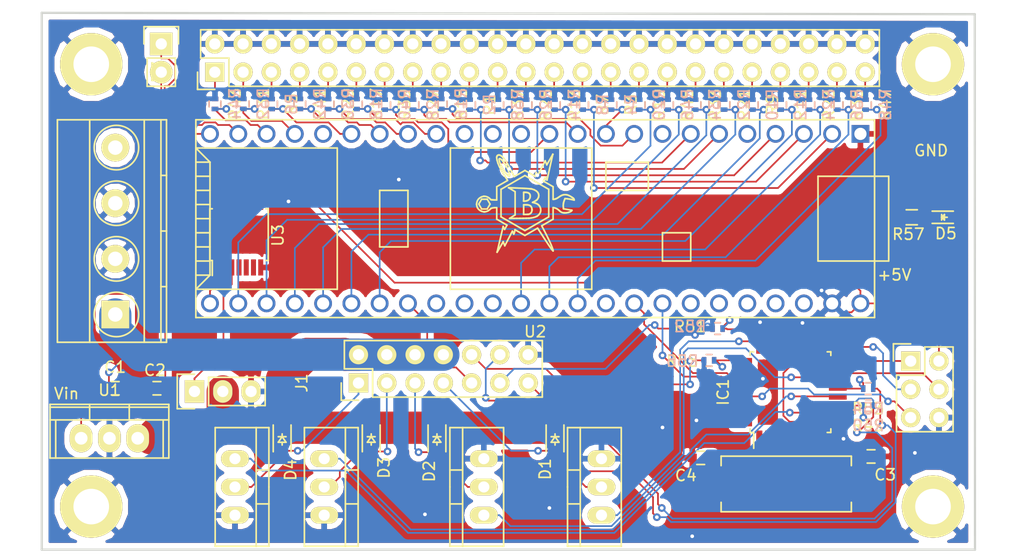
<source format=kicad_pcb>
(kicad_pcb (version 20171130) (host pcbnew "(5.0.2)-1")
  (layers (0 F.Cu signal) (31 B.Cu signal) (34 B.Paste user) (35 F.Paste user) (36 B.SilkS user) (37 F.SilkS user) (38 B.Mask user) (39 F.Mask user) (44 Edge.Cuts user))
  (net 0 "")
  (net 1 GND)
  (net 2 +5V)
  (net 3 XTAL2)
  (net 4 XTAL1)
  (net 5 MISO_AVR)
  (net 6 SCK_AVR)
  (net 7 MOSI_AVR)
  (net 8 RST)
  (net 9 SCORE1)
  (net 10 SCORE_ZERO1)
  (net 11 SCORE2)
  (net 12 SCORE_ZERO2)
  (net 13 SCORE3)
  (net 14 SCORE_ZERO3)
  (net 15 SCORE4)
  (net 16 SCORE_ZERO4)
  (net 17 SCL)
  (net 18 SCORE_ZERO_IN1)
  (net 19 SCORE_ZERO_IN2)
  (net 20 SCORE_ZERO_IN3)
  (net 21 SCORE_ZERO_IN4)
  (net 22 SWITCH10)
  (net 23 SWITCH11)
  (net 24 SWITCH12)
  (net 25 SWITCH13)
  (net 26 SWITCH15)
  (net 27 SWITCH16)
  (net 28 SDA)
  (net 29 FLIPPER_ON_RELAY)
  (net 30 SCORE_OUT1A)
  (net 31 SCORE_OUT4A)
  (net 32 SCORE_OUT3A)
  (net 33 SCORE_OUT2A)
  (net 34 SWITCH8)
  (net 35 SWITCH7)
  (net 36 SWITCH6)
  (net 37 SWITCH5)
  (net 38 SWITCH4)
  (net 39 SWITCH3)
  (net 40 SWITCH2)
  (net 41 SWITCH1)
  (net 42 SWITCH9)
  (net 43 SWITCH14)
  (net 44 SWITCH17)
  (net 45 SWITCH18)
  (net 46 SWITCH19)
  (net 47 SWITCH20)
  (net 48 SWITCH21)
  (net 49 SWITCH22)
  (net 50 SWITCH23)
  (net 51 SWITCH24)
  (net 52 Vin)
  (net 53 RX)
  (net 54 TX)
  (net 55 SWITCH_LOW5)
  (net 56 SWITCH_LOW9)
  (net 57 SWITCH_LOW13)
  (net 58 SWITCH_LOW1)
  (net 59 SWITCH_LOW20)
  (net 60 SWITCH_LOW21)
  (net 61 SWITCH_LOW2)
  (net 62 SWITCH_LOW6)
  (net 63 SWITCH_LOW10)
  (net 64 SWITCH_LOW14)
  (net 65 SWITCH_LOW19)
  (net 66 SWITCH_LOW22)
  (net 67 SWITCH_LOW3)
  (net 68 SWITCH_LOW7)
  (net 69 SWITCH_LOW11)
  (net 70 SWITCH_LOW15)
  (net 71 SWITCH_LOW18)
  (net 72 SWITCH_LOW23)
  (net 73 SWITCH_LOW4)
  (net 74 SWITCH_LOW8)
  (net 75 SWITCH_LOW12)
  (net 76 SWITCH_LOW16)
  (net 77 SWITCH_LOW17)
  (net 78 SWITCH_LOW24)
  (net 79 "Net-(D5-Pad1)")
  (net 80 "Net-(J3-Pad1)")
  (net 81 NEOPIXEL)
  (module teensy:Teensy35_36_edge (layer F.Cu) (at 120.52 58.38 180)
    (fp_text reference U2 (at 0 -10.16 180) (layer F.SilkS))
    (fp_text value Teensy3.2)
    (pad 17 thru_hole circle (at 11.43 7.62 180) (size 1.6 1.6) (drill 1.1) (layers *.Cu *.Mask) (net 69 SWITCH_LOW11))
    (pad 18 thru_hole circle (at 13.97 7.62 180) (size 1.6 1.6) (drill 1.1) (layers *.Cu *.Mask) (net 75 SWITCH_LOW12))
    (pad 19 thru_hole circle (at 16.51 7.62 180) (size 1.6 1.6) (drill 1.1) (layers *.Cu *.Mask) (net 57 SWITCH_LOW13))
    (pad 20 thru_hole circle (at 19.05 7.62 180) (size 1.6 1.6) (drill 1.1) (layers *.Cu *.Mask))
    (pad 16 thru_hole circle (at 8.89 7.62 180) (size 1.6 1.6) (drill 1.1) (layers *.Cu *.Mask) (net 63 SWITCH_LOW10))
    (pad 15 thru_hole circle (at 6.35 7.62 180) (size 1.6 1.6) (drill 1.1) (layers *.Cu *.Mask))
    (pad 14 thru_hole circle (at 3.81 7.62 180) (size 1.6 1.6) (drill 1.1) (layers *.Cu *.Mask))
    (pad 21 thru_hole circle (at 21.59 7.62 180) (size 1.6 1.6) (drill 1.1) (layers *.Cu *.Mask) (net 70 SWITCH_LOW15))
    (pad 22 thru_hole circle (at 24.13 7.62 180) (size 1.6 1.6) (drill 1.1) (layers *.Cu *.Mask) (net 76 SWITCH_LOW16))
    (pad 23 thru_hole circle (at 26.67 7.62 180) (size 1.6 1.6) (drill 1.1) (layers *.Cu *.Mask) (net 53 RX))
    (pad 24 thru_hole circle (at 29.21 7.62 180) (size 1.6 1.6) (drill 1.1) (layers *.Cu *.Mask) (net 54 TX))
    (pad 30 thru_hole circle (at 29.21 -7.62 180) (size 1.6 1.6) (drill 1.1) (layers *.Cu *.Mask) (net 81 NEOPIXEL))
    (pad 31 thru_hole circle (at 26.67 -7.62 180) (size 1.6 1.6) (drill 1.1) (layers *.Cu *.Mask) (net 64 SWITCH_LOW14))
    (pad 32 thru_hole circle (at 24.13 -7.62 180) (size 1.6 1.6) (drill 1.1) (layers *.Cu *.Mask) (net 77 SWITCH_LOW17))
    (pad 33 thru_hole circle (at 21.59 -7.62 180) (size 1.6 1.6) (drill 1.1) (layers *.Cu *.Mask) (net 71 SWITCH_LOW18))
    (pad 34 thru_hole circle (at 19.05 -7.62 180) (size 1.6 1.6) (drill 1.1) (layers *.Cu *.Mask) (net 65 SWITCH_LOW19))
    (pad 35 thru_hole circle (at 16.51 -7.62 180) (size 1.6 1.6) (drill 1.1) (layers *.Cu *.Mask) (net 59 SWITCH_LOW20))
    (pad 36 thru_hole circle (at 13.97 -7.62 180) (size 1.6 1.6) (drill 1.1) (layers *.Cu *.Mask) (net 60 SWITCH_LOW21))
    (pad 37 thru_hole circle (at 11.43 -7.62 180) (size 1.6 1.6) (drill 1.1) (layers *.Cu *.Mask) (net 29 FLIPPER_ON_RELAY))
    (pad 13 thru_hole circle (at 1.27 7.62 180) (size 1.6 1.6) (drill 1.1) (layers *.Cu *.Mask))
    (pad 12 thru_hole circle (at -1.27 7.62 180) (size 1.6 1.6) (drill 1.1) (layers *.Cu *.Mask) (net 74 SWITCH_LOW8))
    (pad 11 thru_hole circle (at -3.81 7.62 180) (size 1.6 1.6) (drill 1.1) (layers *.Cu *.Mask) (net 68 SWITCH_LOW7))
    (pad 10 thru_hole circle (at -6.35 7.62 180) (size 1.6 1.6) (drill 1.1) (layers *.Cu *.Mask) (net 56 SWITCH_LOW9))
    (pad 9 thru_hole circle (at -8.89 7.62 180) (size 1.6 1.6) (drill 1.1) (layers *.Cu *.Mask) (net 62 SWITCH_LOW6))
    (pad 8 thru_hole circle (at -11.43 7.62 180) (size 1.6 1.6) (drill 1.1) (layers *.Cu *.Mask))
    (pad 7 thru_hole circle (at -13.97 7.62 180) (size 1.6 1.6) (drill 1.1) (layers *.Cu *.Mask) (net 55 SWITCH_LOW5))
    (pad 6 thru_hole circle (at -16.51 7.62 180) (size 1.6 1.6) (drill 1.1) (layers *.Cu *.Mask) (net 73 SWITCH_LOW4))
    (pad 5 thru_hole circle (at -19.05 7.62 180) (size 1.6 1.6) (drill 1.1) (layers *.Cu *.Mask))
    (pad 4 thru_hole circle (at -21.59 7.62 180) (size 1.6 1.6) (drill 1.1) (layers *.Cu *.Mask) (net 67 SWITCH_LOW3))
    (pad 3 thru_hole circle (at -24.13 7.62 180) (size 1.6 1.6) (drill 1.1) (layers *.Cu *.Mask) (net 61 SWITCH_LOW2))
    (pad 2 thru_hole circle (at -26.67 7.62 180) (size 1.6 1.6) (drill 1.1) (layers *.Cu *.Mask) (net 58 SWITCH_LOW1))
    (pad 1 thru_hole rect (at -29.21 7.62 180) (size 1.6 1.6) (drill 1.1) (layers *.Cu *.Mask) (net 1 GND))
    (pad 38 thru_hole circle (at 8.89 -7.62 180) (size 1.6 1.6) (drill 1.1) (layers *.Cu *.Mask))
    (pad 39 thru_hole circle (at 6.35 -7.62 180) (size 1.6 1.6) (drill 1.1) (layers *.Cu *.Mask))
    (pad 40 thru_hole circle (at 3.81 -7.62 180) (size 1.6 1.6) (drill 1.1) (layers *.Cu *.Mask))
    (pad 41 thru_hole circle (at 1.27 -7.62 180) (size 1.6 1.6) (drill 1.1) (layers *.Cu *.Mask) (net 66 SWITCH_LOW22))
    (pad 42 thru_hole circle (at -1.27 -7.62 180) (size 1.6 1.6) (drill 1.1) (layers *.Cu *.Mask) (net 72 SWITCH_LOW23))
    (pad 43 thru_hole circle (at -3.81 -7.62 180) (size 1.6 1.6) (drill 1.1) (layers *.Cu *.Mask) (net 78 SWITCH_LOW24))
    (pad 44 thru_hole circle (at -6.35 -7.62 180) (size 1.6 1.6) (drill 1.1) (layers *.Cu *.Mask))
    (pad 45 thru_hole circle (at -8.89 -7.62 180) (size 1.6 1.6) (drill 1.1) (layers *.Cu *.Mask) (net 28 SDA))
    (pad 46 thru_hole circle (at -11.43 -7.62 180) (size 1.6 1.6) (drill 1.1) (layers *.Cu *.Mask) (net 17 SCL))
    (pad 47 thru_hole circle (at -13.97 -7.62 180) (size 1.6 1.6) (drill 1.1) (layers *.Cu *.Mask))
    (pad 48 thru_hole circle (at -16.51 -7.62 180) (size 1.6 1.6) (drill 1.1) (layers *.Cu *.Mask))
    (pad 49 thru_hole circle (at -19.05 -7.62 180) (size 1.6 1.6) (drill 1.1) (layers *.Cu *.Mask))
    (pad 50 thru_hole circle (at -21.59 -7.62 180) (size 1.6 1.6) (drill 1.1) (layers *.Cu *.Mask))
    (pad 51 thru_hole circle (at -24.13 -7.62 180) (size 1.6 1.6) (drill 1.1) (layers *.Cu *.Mask))
    (pad 52 thru_hole circle (at -26.67 -7.62 180) (size 1.6 1.6) (drill 1.1) (layers *.Cu *.Mask) (net 1 GND))
    (pad 53 thru_hole circle (at -29.21 -7.62 180) (size 1.6 1.6) (drill 1.1) (layers *.Cu *.Mask) (net 2 +5V))
  )
  (module Pin_Headers:Pin_Header_Straight_1x02 (layer F.Cu) (at 86.9315 42.672)
    (fp_text reference J2 hide)
    (fp_text value Conn_01x02)
    (pad 1 thru_hole rect (at 0 0) (size 2.032 2.032) (drill 1.016) (layers *.Cu *.Mask F.SilkS) (net 53 RX))
    (pad 2 thru_hole oval (at 0 2.54) (size 2.032 2.032) (drill 1.016) (layers *.Cu *.Mask F.SilkS) (net 54 TX))
  )
  (module Capacitors_SMD:C_0603 (layer F.Cu) (at 86.5455 73.6275 180)
    (fp_text reference C2 (at 0.1855 1.6185 180) (layer F.SilkS))
    (fp_text value 10uF)
    (pad 2 smd rect (at 0.75 0 180) (size 0.8 0.75) (layers F.Cu F.Paste F.Mask) (net 1 GND))
    (pad 1 smd rect (at -0.75 0 180) (size 0.8 0.75) (layers F.Cu F.Paste F.Mask) (net 2 +5V))
  )
  (module Capacitors_SMD:C_0603 (layer F.Cu) (at 150.6855 79.756 180)
    (fp_text reference C3 (at -1.27 -1.651 180) (layer F.SilkS))
    (fp_text value 22pF)
    (pad 1 smd rect (at -0.75 0 180) (size 0.8 0.75) (layers F.Cu F.Paste F.Mask) (net 1 GND))
    (pad 2 smd rect (at 0.75 0 180) (size 0.8 0.75) (layers F.Cu F.Paste F.Mask) (net 3 XTAL2))
  )
  (module Capacitors_SMD:C_0603 (layer F.Cu) (at 135.382 79.883)
    (fp_text reference C4 (at -1.3335 1.5875) (layer F.SilkS))
    (fp_text value 22pF)
    (pad 2 smd rect (at 0.75 0) (size 0.8 0.75) (layers F.Cu F.Paste F.Mask) (net 4 XTAL1))
    (pad 1 smd rect (at -0.75 0) (size 0.8 0.75) (layers F.Cu F.Paste F.Mask) (net 1 GND))
  )
  (module Pin_Headers:Pin_Header_Straight_2x03 (layer F.Cu) (at 154.2415 71.1835)
    (fp_text reference CON1 hide)
    (fp_text value AVR-ISP-6)
    (pad 1 thru_hole rect (at 0 0) (size 1.7272 1.7272) (drill 1.016) (layers *.Cu *.Mask F.SilkS) (net 5 MISO_AVR))
    (pad 2 thru_hole oval (at 2.54 0) (size 1.7272 1.7272) (drill 1.016) (layers *.Cu *.Mask F.SilkS) (net 2 +5V))
    (pad 3 thru_hole oval (at 0 2.54) (size 1.7272 1.7272) (drill 1.016) (layers *.Cu *.Mask F.SilkS) (net 6 SCK_AVR))
    (pad 4 thru_hole oval (at 2.54 2.54) (size 1.7272 1.7272) (drill 1.016) (layers *.Cu *.Mask F.SilkS) (net 7 MOSI_AVR))
    (pad 5 thru_hole oval (at 0 5.08) (size 1.7272 1.7272) (drill 1.016) (layers *.Cu *.Mask F.SilkS) (net 8 RST))
    (pad 6 thru_hole oval (at 2.54 5.08) (size 1.7272 1.7272) (drill 1.016) (layers *.Cu *.Mask F.SilkS) (net 1 GND))
  )
  (module Diodes_SMD:SOD-323 (layer F.Cu) (at 122.301 78.232 270)
    (fp_text reference D1 (at 2.667 0.889 270) (layer F.SilkS))
    (fp_text value D_Schottky)
    (pad 1 smd rect (at -1.055 0 270) (size 0.59 0.45) (layers F.Cu F.Paste F.Mask) (net 52 Vin))
    (pad 2 smd rect (at 1.055 0 270) (size 0.59 0.45) (layers F.Cu F.Paste F.Mask) (net 31 SCORE_OUT4A))
  )
  (module Diodes_SMD:SOD-323 (layer F.Cu) (at 111.6965 78.232 270)
    (fp_text reference D2 (at 2.8575 0.6985 270) (layer F.SilkS))
    (fp_text value D_Schottky)
    (pad 2 smd rect (at 1.055 0 270) (size 0.59 0.45) (layers F.Cu F.Paste F.Mask) (net 32 SCORE_OUT3A))
    (pad 1 smd rect (at -1.055 0 270) (size 0.59 0.45) (layers F.Cu F.Paste F.Mask) (net 52 Vin))
  )
  (module Diodes_SMD:SOD-323 (layer F.Cu) (at 105.791 78.232 270)
    (fp_text reference D3 (at 2.54 -1.143 270) (layer F.SilkS))
    (fp_text value D_Schottky)
    (pad 1 smd rect (at -1.055 0 270) (size 0.59 0.45) (layers F.Cu F.Paste F.Mask) (net 52 Vin))
    (pad 2 smd rect (at 1.055 0 270) (size 0.59 0.45) (layers F.Cu F.Paste F.Mask) (net 33 SCORE_OUT2A))
  )
  (module Diodes_SMD:SOD-323 (layer F.Cu) (at 97.79 78.232 270)
    (fp_text reference D4 (at 2.7305 -0.762 270) (layer F.SilkS))
    (fp_text value D_Schottky)
    (pad 2 smd rect (at 1.055 0 270) (size 0.59 0.45) (layers F.Cu F.Paste F.Mask) (net 30 SCORE_OUT1A))
    (pad 1 smd rect (at -1.055 0 270) (size 0.59 0.45) (layers F.Cu F.Paste F.Mask) (net 52 Vin))
  )
  (module Housings_QFP:TQFP-32_7x7mm_Pitch0.8mm (layer F.Cu) (at 143.4465 73.9775 90)
    (fp_text reference IC1 (at 0 -6.05 90) (layer F.SilkS))
    (fp_text value ATMEGA328-A)
    (pad 1 smd rect (at -4.25 -2.8 90) (size 1.6 0.55) (layers F.Cu F.Paste F.Mask))
    (pad 2 smd rect (at -4.25 -2 90) (size 1.6 0.55) (layers F.Cu F.Paste F.Mask))
    (pad 3 smd rect (at -4.25 -1.2 90) (size 1.6 0.55) (layers F.Cu F.Paste F.Mask) (net 1 GND))
    (pad 4 smd rect (at -4.25 -0.4 90) (size 1.6 0.55) (layers F.Cu F.Paste F.Mask) (net 2 +5V))
    (pad 5 smd rect (at -4.25 0.4 90) (size 1.6 0.55) (layers F.Cu F.Paste F.Mask) (net 1 GND))
    (pad 6 smd rect (at -4.25 1.2 90) (size 1.6 0.55) (layers F.Cu F.Paste F.Mask) (net 2 +5V))
    (pad 7 smd rect (at -4.25 2 90) (size 1.6 0.55) (layers F.Cu F.Paste F.Mask) (net 4 XTAL1))
    (pad 8 smd rect (at -4.25 2.8 90) (size 1.6 0.55) (layers F.Cu F.Paste F.Mask) (net 3 XTAL2))
    (pad 9 smd rect (at -2.8 4.25 180) (size 1.6 0.55) (layers F.Cu F.Paste F.Mask))
    (pad 10 smd rect (at -2 4.25 180) (size 1.6 0.55) (layers F.Cu F.Paste F.Mask) (net 9 SCORE1))
    (pad 11 smd rect (at -1.2 4.25 180) (size 1.6 0.55) (layers F.Cu F.Paste F.Mask) (net 10 SCORE_ZERO1))
    (pad 12 smd rect (at -0.4 4.25 180) (size 1.6 0.55) (layers F.Cu F.Paste F.Mask) (net 11 SCORE2))
    (pad 13 smd rect (at 0.4 4.25 180) (size 1.6 0.55) (layers F.Cu F.Paste F.Mask) (net 12 SCORE_ZERO2))
    (pad 14 smd rect (at 1.2 4.25 180) (size 1.6 0.55) (layers F.Cu F.Paste F.Mask) (net 13 SCORE3))
    (pad 15 smd rect (at 2 4.25 180) (size 1.6 0.55) (layers F.Cu F.Paste F.Mask) (net 7 MOSI_AVR))
    (pad 16 smd rect (at 2.8 4.25 180) (size 1.6 0.55) (layers F.Cu F.Paste F.Mask) (net 5 MISO_AVR))
    (pad 17 smd rect (at 4.25 2.8 90) (size 1.6 0.55) (layers F.Cu F.Paste F.Mask) (net 6 SCK_AVR))
    (pad 18 smd rect (at 4.25 2 90) (size 1.6 0.55) (layers F.Cu F.Paste F.Mask) (net 2 +5V))
    (pad 19 smd rect (at 4.25 1.2 90) (size 1.6 0.55) (layers F.Cu F.Paste F.Mask))
    (pad 20 smd rect (at 4.25 0.4 90) (size 1.6 0.55) (layers F.Cu F.Paste F.Mask) (net 2 +5V))
    (pad 21 smd rect (at 4.25 -0.4 90) (size 1.6 0.55) (layers F.Cu F.Paste F.Mask) (net 1 GND))
    (pad 22 smd rect (at 4.25 -1.2 90) (size 1.6 0.55) (layers F.Cu F.Paste F.Mask))
    (pad 23 smd rect (at 4.25 -2 90) (size 1.6 0.55) (layers F.Cu F.Paste F.Mask) (net 14 SCORE_ZERO3))
    (pad 24 smd rect (at 4.25 -2.8 90) (size 1.6 0.55) (layers F.Cu F.Paste F.Mask) (net 15 SCORE4))
    (pad 25 smd rect (at 2.8 -4.25 180) (size 1.6 0.55) (layers F.Cu F.Paste F.Mask) (net 16 SCORE_ZERO4))
    (pad 26 smd rect (at 2 -4.25 180) (size 1.6 0.55) (layers F.Cu F.Paste F.Mask))
    (pad 27 smd rect (at 1.2 -4.25 180) (size 1.6 0.55) (layers F.Cu F.Paste F.Mask) (net 28 SDA))
    (pad 28 smd rect (at 0.4 -4.25 180) (size 1.6 0.55) (layers F.Cu F.Paste F.Mask) (net 17 SCL))
    (pad 29 smd rect (at -0.4 -4.25 180) (size 1.6 0.55) (layers F.Cu F.Paste F.Mask) (net 8 RST))
    (pad 30 smd rect (at -1.2 -4.25 180) (size 1.6 0.55) (layers F.Cu F.Paste F.Mask))
    (pad 31 smd rect (at -2 -4.25 180) (size 1.6 0.55) (layers F.Cu F.Paste F.Mask))
    (pad 32 smd rect (at -2.8 -4.25 180) (size 1.6 0.55) (layers F.Cu F.Paste F.Mask))
  )
  (module Mounting_Holes:MountingHole_3.2mm_M3_DIN965_Pad (layer F.Cu) (at 80.645 44.5)
    (fp_text reference P1 hide)
    (fp_text value SCREW_PLACEHOLDER)
    (pad 1 thru_hole circle (at 0 0) (size 5.6 5.6) (drill 3.2) (layers *.Cu *.Mask F.SilkS) (net 1 GND))
  )
  (module Mounting_Holes:MountingHole_3.2mm_M3_DIN965_Pad (layer F.Cu) (at 80.645 84.2645)
    (fp_text reference P2 hide)
    (fp_text value SCREW_PLACEHOLDER)
    (pad 1 thru_hole circle (at 0 0) (size 5.6 5.6) (drill 3.2) (layers *.Cu *.Mask F.SilkS) (net 1 GND))
  )
  (module Mounting_Holes:MountingHole_3.2mm_M3_DIN965_Pad (layer F.Cu) (at 156.25 44.5)
    (fp_text reference P3 hide)
    (fp_text value SCREW_PLACEHOLDER)
    (pad 1 thru_hole circle (at 0 0) (size 5.6 5.6) (drill 3.2) (layers *.Cu *.Mask F.SilkS) (net 1 GND))
  )
  (module Mounting_Holes:MountingHole_3.2mm_M3_DIN965_Pad (layer F.Cu) (at 156.25 84.2645)
    (fp_text reference P4 hide)
    (fp_text value SCREW_PLACEHOLDER)
    (pad 1 thru_hole circle (at 0 0) (size 5.6 5.6) (drill 3.2) (layers *.Cu *.Mask F.SilkS) (net 1 GND))
  )
  (module Terminal_Blocks:TerminalBlock_Pheonix_MKDS1.5-4pol (layer F.Cu) (at 82.804 66.9925 90)
    (fp_text reference P5 hide)
    (fp_text value PWR)
    (pad 4 thru_hole circle (at 15 0 90) (size 2.5 2.5) (drill 1.3) (layers *.Cu *.Mask F.SilkS))
    (pad 3 thru_hole circle (at 10 0 90) (size 2.5 2.5) (drill 1.3) (layers *.Cu *.Mask F.SilkS) (net 1 GND))
    (pad 1 thru_hole rect (at 0 0 90) (size 2.5 2.5) (drill 1.3) (layers *.Cu *.Mask F.SilkS) (net 52 Vin))
    (pad 2 thru_hole circle (at 5 0 90) (size 2.5 2.5) (drill 1.3) (layers *.Cu *.Mask F.SilkS) (net 1 GND))
  )
  (module Pin_Headers:Pin_Header_Straight_2x24 (layer F.Cu) (at 91.74 45.212 90)
    (fp_text reference P7 (at 0 -5.1 90) (layer F.SilkS))
    (fp_text value CONN_02X24)
    (pad 1 thru_hole rect (at 0 0 90) (size 1.7272 1.7272) (drill 1.016) (layers *.Cu *.Mask F.SilkS) (net 27 SWITCH16))
    (pad 2 thru_hole oval (at 2.54 0 90) (size 1.7272 1.7272) (drill 1.016) (layers *.Cu *.Mask F.SilkS) (net 1 GND))
    (pad 3 thru_hole oval (at 0 2.54 90) (size 1.7272 1.7272) (drill 1.016) (layers *.Cu *.Mask F.SilkS) (net 26 SWITCH15))
    (pad 4 thru_hole oval (at 2.54 2.54 90) (size 1.7272 1.7272) (drill 1.016) (layers *.Cu *.Mask F.SilkS) (net 1 GND))
    (pad 5 thru_hole oval (at 0 5.08 90) (size 1.7272 1.7272) (drill 1.016) (layers *.Cu *.Mask F.SilkS) (net 25 SWITCH13))
    (pad 6 thru_hole oval (at 2.54 5.08 90) (size 1.7272 1.7272) (drill 1.016) (layers *.Cu *.Mask F.SilkS) (net 1 GND))
    (pad 7 thru_hole oval (at 0 7.62 90) (size 1.7272 1.7272) (drill 1.016) (layers *.Cu *.Mask F.SilkS) (net 24 SWITCH12))
    (pad 8 thru_hole oval (at 2.54 7.62 90) (size 1.7272 1.7272) (drill 1.016) (layers *.Cu *.Mask F.SilkS) (net 1 GND))
    (pad 9 thru_hole oval (at 0 10.16 90) (size 1.7272 1.7272) (drill 1.016) (layers *.Cu *.Mask F.SilkS) (net 23 SWITCH11))
    (pad 10 thru_hole oval (at 2.54 10.16 90) (size 1.7272 1.7272) (drill 1.016) (layers *.Cu *.Mask F.SilkS) (net 1 GND))
    (pad 11 thru_hole oval (at 0 12.7 90) (size 1.7272 1.7272) (drill 1.016) (layers *.Cu *.Mask F.SilkS) (net 22 SWITCH10))
    (pad 12 thru_hole oval (at 2.54 12.7 90) (size 1.7272 1.7272) (drill 1.016) (layers *.Cu *.Mask F.SilkS) (net 1 GND))
    (pad 13 thru_hole oval (at 0 15.24 90) (size 1.7272 1.7272) (drill 1.016) (layers *.Cu *.Mask F.SilkS) (net 34 SWITCH8))
    (pad 14 thru_hole oval (at 2.54 15.24 90) (size 1.7272 1.7272) (drill 1.016) (layers *.Cu *.Mask F.SilkS) (net 1 GND))
    (pad 15 thru_hole oval (at 0 17.78 90) (size 1.7272 1.7272) (drill 1.016) (layers *.Cu *.Mask F.SilkS) (net 35 SWITCH7))
    (pad 16 thru_hole oval (at 2.54 17.78 90) (size 1.7272 1.7272) (drill 1.016) (layers *.Cu *.Mask F.SilkS) (net 1 GND))
    (pad 17 thru_hole oval (at 0 20.32 90) (size 1.7272 1.7272) (drill 1.016) (layers *.Cu *.Mask F.SilkS) (net 36 SWITCH6))
    (pad 18 thru_hole oval (at 2.54 20.32 90) (size 1.7272 1.7272) (drill 1.016) (layers *.Cu *.Mask F.SilkS) (net 1 GND))
    (pad 19 thru_hole oval (at 0 22.86 90) (size 1.7272 1.7272) (drill 1.016) (layers *.Cu *.Mask F.SilkS) (net 37 SWITCH5))
    (pad 20 thru_hole oval (at 2.54 22.86 90) (size 1.7272 1.7272) (drill 1.016) (layers *.Cu *.Mask F.SilkS) (net 1 GND))
    (pad 21 thru_hole oval (at 0 25.4 90) (size 1.7272 1.7272) (drill 1.016) (layers *.Cu *.Mask F.SilkS) (net 38 SWITCH4))
    (pad 22 thru_hole oval (at 2.54 25.4 90) (size 1.7272 1.7272) (drill 1.016) (layers *.Cu *.Mask F.SilkS) (net 1 GND))
    (pad 23 thru_hole oval (at 0 27.94 90) (size 1.7272 1.7272) (drill 1.016) (layers *.Cu *.Mask F.SilkS) (net 39 SWITCH3))
    (pad 24 thru_hole oval (at 2.54 27.94 90) (size 1.7272 1.7272) (drill 1.016) (layers *.Cu *.Mask F.SilkS) (net 1 GND))
    (pad 25 thru_hole oval (at 0 30.48 90) (size 1.7272 1.7272) (drill 1.016) (layers *.Cu *.Mask F.SilkS) (net 40 SWITCH2))
    (pad 26 thru_hole oval (at 2.54 30.48 90) (size 1.7272 1.7272) (drill 1.016) (layers *.Cu *.Mask F.SilkS) (net 1 GND))
    (pad 27 thru_hole oval (at 0 33.02 90) (size 1.7272 1.7272) (drill 1.016) (layers *.Cu *.Mask F.SilkS) (net 41 SWITCH1))
    (pad 28 thru_hole oval (at 2.54 33.02 90) (size 1.7272 1.7272) (drill 1.016) (layers *.Cu *.Mask F.SilkS) (net 1 GND))
    (pad 29 thru_hole oval (at 0 35.56 90) (size 1.7272 1.7272) (drill 1.016) (layers *.Cu *.Mask F.SilkS) (net 42 SWITCH9))
    (pad 30 thru_hole oval (at 2.54 35.56 90) (size 1.7272 1.7272) (drill 1.016) (layers *.Cu *.Mask F.SilkS) (net 1 GND))
    (pad 31 thru_hole oval (at 0 38.1 90) (size 1.7272 1.7272) (drill 1.016) (layers *.Cu *.Mask F.SilkS) (net 43 SWITCH14))
    (pad 32 thru_hole oval (at 2.54 38.1 90) (size 1.7272 1.7272) (drill 1.016) (layers *.Cu *.Mask F.SilkS) (net 1 GND))
    (pad 33 thru_hole oval (at 0 40.64 90) (size 1.7272 1.7272) (drill 1.016) (layers *.Cu *.Mask F.SilkS) (net 44 SWITCH17))
    (pad 34 thru_hole oval (at 2.54 40.64 90) (size 1.7272 1.7272) (drill 1.016) (layers *.Cu *.Mask F.SilkS) (net 1 GND))
    (pad 35 thru_hole oval (at 0 43.18 90) (size 1.7272 1.7272) (drill 1.016) (layers *.Cu *.Mask F.SilkS) (net 45 SWITCH18))
    (pad 36 thru_hole oval (at 2.54 43.18 90) (size 1.7272 1.7272) (drill 1.016) (layers *.Cu *.Mask F.SilkS) (net 1 GND))
    (pad 37 thru_hole oval (at 0 45.72 90) (size 1.7272 1.7272) (drill 1.016) (layers *.Cu *.Mask F.SilkS) (net 46 SWITCH19))
    (pad 38 thru_hole oval (at 2.54 45.72 90) (size 1.7272 1.7272) (drill 1.016) (layers *.Cu *.Mask F.SilkS) (net 1 GND))
    (pad 39 thru_hole oval (at 0 48.26 90) (size 1.7272 1.7272) (drill 1.016) (layers *.Cu *.Mask F.SilkS) (net 47 SWITCH20))
    (pad 40 thru_hole oval (at 2.54 48.26 90) (size 1.7272 1.7272) (drill 1.016) (layers *.Cu *.Mask F.SilkS) (net 1 GND))
    (pad 41 thru_hole oval (at 0 50.8 90) (size 1.7272 1.7272) (drill 1.016) (layers *.Cu *.Mask F.SilkS) (net 48 SWITCH21))
    (pad 42 thru_hole oval (at 2.54 50.8 90) (size 1.7272 1.7272) (drill 1.016) (layers *.Cu *.Mask F.SilkS) (net 1 GND))
    (pad 43 thru_hole oval (at 0 53.34 90) (size 1.7272 1.7272) (drill 1.016) (layers *.Cu *.Mask F.SilkS) (net 49 SWITCH22))
    (pad 44 thru_hole oval (at 2.54 53.34 90) (size 1.7272 1.7272) (drill 1.016) (layers *.Cu *.Mask F.SilkS) (net 1 GND))
    (pad 45 thru_hole oval (at 0 55.88 90) (size 1.7272 1.7272) (drill 1.016) (layers *.Cu *.Mask F.SilkS) (net 50 SWITCH23))
    (pad 46 thru_hole oval (at 2.54 55.88 90) (size 1.7272 1.7272) (drill 1.016) (layers *.Cu *.Mask F.SilkS) (net 1 GND))
    (pad 47 thru_hole oval (at 0 58.42 90) (size 1.7272 1.7272) (drill 1.016) (layers *.Cu *.Mask F.SilkS) (net 51 SWITCH24))
    (pad 48 thru_hole oval (at 2.54 58.42 90) (size 1.7272 1.7272) (drill 1.016) (layers *.Cu *.Mask F.SilkS) (net 1 GND))
  )
  (module TO_SOT_Packages_THT:TO-220_Neutral123_Vertical (layer F.Cu) (at 115.90541 82.5 90)
    (fp_text reference Q3 hide)
    (fp_text value Q_NMOS_GDS)
    (pad 2 thru_hole oval (at 0 0 180) (size 2.49936 1.50114) (drill 1.00076) (layers *.Cu *.Mask F.SilkS) (net 32 SCORE_OUT3A))
    (pad 1 thru_hole oval (at -2.54 0 180) (size 2.49936 1.50114) (drill 1.00076) (layers *.Cu *.Mask F.SilkS) (net 13 SCORE3))
    (pad 3 thru_hole oval (at 2.54 0 180) (size 2.49936 1.50114) (drill 1.00076) (layers *.Cu *.Mask F.SilkS) (net 1 GND))
  )
  (module TO_SOT_Packages_THT:TO-220_Neutral123_Vertical (layer F.Cu) (at 101.566222 82.5 270)
    (fp_text reference Q5 hide)
    (fp_text value Q_NMOS_GDS)
    (pad 3 thru_hole oval (at 2.54 0) (size 2.49936 1.50114) (drill 1.00076) (layers *.Cu *.Mask F.SilkS) (net 1 GND))
    (pad 1 thru_hole oval (at -2.54 0) (size 2.49936 1.50114) (drill 1.00076) (layers *.Cu *.Mask F.SilkS) (net 11 SCORE2))
    (pad 2 thru_hole oval (at 0 0) (size 2.49936 1.50114) (drill 1.00076) (layers *.Cu *.Mask F.SilkS) (net 33 SCORE_OUT2A))
  )
  (module TO_SOT_Packages_THT:TO-220_Neutral123_Vertical (layer F.Cu) (at 93.553468 82.5 270)
    (fp_text reference Q7 hide)
    (fp_text value Q_NMOS_GDS)
    (pad 2 thru_hole oval (at 0 0) (size 2.49936 1.50114) (drill 1.00076) (layers *.Cu *.Mask F.SilkS) (net 30 SCORE_OUT1A))
    (pad 1 thru_hole oval (at -2.54 0) (size 2.49936 1.50114) (drill 1.00076) (layers *.Cu *.Mask F.SilkS) (net 9 SCORE1))
    (pad 3 thru_hole oval (at 2.54 0) (size 2.49936 1.50114) (drill 1.00076) (layers *.Cu *.Mask F.SilkS) (net 1 GND))
  )
  (module Power_Integrations:TO-220 (layer F.Cu) (at 82.279 78.1235)
    (fp_text reference U1 (at 0 -4.318) (layer F.SilkS))
    (fp_text value R-78B5.0-2.0)
    (pad 2 thru_hole oval (at 0 0) (size 2.032 2.54) (drill 1.143) (layers *.Cu *.Mask F.SilkS) (net 1 GND))
    (pad 3 thru_hole oval (at 2.54 0) (size 2.032 2.54) (drill 1.143) (layers *.Cu *.Mask F.SilkS) (net 2 +5V))
    (pad 1 thru_hole oval (at -2.54 0) (size 2.032 2.54) (drill 1.143) (layers *.Cu *.Mask F.SilkS) (net 52 Vin))
  )
  (module Measurement_Points:Measurement_Point_Round-SMD-Pad_Big (layer F.Cu) (at 79.121 71.755)
    (fp_text reference Vin (at -0.6985 2.3495) (layer F.SilkS))
    (fp_text value TEST_1P)
    (pad 1 smd circle (at 0 0) (size 2.99974 2.99974) (layers F.Cu F.Mask) (net 52 Vin))
  )
  (module Measurement_Points:Measurement_Point_Round-SMD-Pad_Big (layer F.Cu) (at 156.083 54.8005)
    (fp_text reference GND (at 0 -2.54) (layer F.SilkS))
    (fp_text value TEST_1P)
    (pad 1 smd circle (at 0 0) (size 2.99974 2.99974) (layers F.Cu F.Mask) (net 1 GND))
  )
  (module Measurement_Points:Measurement_Point_Round-SMD-Pad_Big (layer F.Cu) (at 156.083 62.611)
    (fp_text reference +5V (at -3.302 0.8255) (layer F.SilkS))
    (fp_text value TEST_1P)
    (pad 1 smd circle (at 0 0) (size 2.99974 2.99974) (layers F.Cu F.Mask) (net 2 +5V))
  )
  (module Crystals:Crystal_HC49-SD_SMD (layer F.Cu) (at 143.0655 82.2325)
    (fp_text reference Y1 hide)
    (fp_text value Crystal)
    (pad 1 smd rect (at -4.84886 0) (size 5.6007 2.10058) (layers F.Cu F.Paste F.Mask) (net 4 XTAL1))
    (pad 2 smd rect (at 4.84886 0) (size 5.6007 2.10058) (layers F.Cu F.Paste F.Mask) (net 3 XTAL2))
  )
  (module Capacitors_SMD:C_0603 (layer F.Cu) (at 82.7955 73.6275)
    (fp_text reference C1 (at 0 -1.9) (layer F.SilkS))
    (fp_text value 10uF)
    (pad 1 smd rect (at -0.75 0) (size 0.8 0.75) (layers F.Cu F.Paste F.Mask) (net 52 Vin))
    (pad 2 smd rect (at 0.75 0) (size 0.8 0.75) (layers F.Cu F.Paste F.Mask) (net 1 GND))
  )
  (module Pin_Headers:Pin_Header_Straight_2x07 (layer F.Cu) (at 104.648 73.152 90)
    (fp_text reference J1 (at 0 -5.1 90) (layer F.SilkS))
    (fp_text value Conn_01x14)
    (pad 1 thru_hole rect (at 0 0 90) (size 1.7272 1.7272) (drill 1.016) (layers *.Cu *.Mask F.SilkS) (net 30 SCORE_OUT1A))
    (pad 2 thru_hole oval (at 2.54 0 90) (size 1.7272 1.7272) (drill 1.016) (layers *.Cu *.Mask F.SilkS) (net 52 Vin))
    (pad 3 thru_hole oval (at 0 2.54 90) (size 1.7272 1.7272) (drill 1.016) (layers *.Cu *.Mask F.SilkS) (net 33 SCORE_OUT2A))
    (pad 4 thru_hole oval (at 2.54 2.54 90) (size 1.7272 1.7272) (drill 1.016) (layers *.Cu *.Mask F.SilkS) (net 52 Vin))
    (pad 5 thru_hole oval (at 0 5.08 90) (size 1.7272 1.7272) (drill 1.016) (layers *.Cu *.Mask F.SilkS) (net 32 SCORE_OUT3A))
    (pad 6 thru_hole oval (at 2.54 5.08 90) (size 1.7272 1.7272) (drill 1.016) (layers *.Cu *.Mask F.SilkS) (net 52 Vin))
    (pad 7 thru_hole oval (at 0 7.62 90) (size 1.7272 1.7272) (drill 1.016) (layers *.Cu *.Mask F.SilkS) (net 31 SCORE_OUT4A))
    (pad 8 thru_hole oval (at 2.54 7.62 90) (size 1.7272 1.7272) (drill 1.016) (layers *.Cu *.Mask F.SilkS) (net 52 Vin))
    (pad 9 thru_hole oval (at 0 10.16 90) (size 1.7272 1.7272) (drill 1.016) (layers *.Cu *.Mask F.SilkS) (net 29 FLIPPER_ON_RELAY))
    (pad 10 thru_hole oval (at 2.54 10.16 90) (size 1.7272 1.7272) (drill 1.016) (layers *.Cu *.Mask F.SilkS) (net 21 SCORE_ZERO_IN4))
    (pad 11 thru_hole oval (at 0 12.7 90) (size 1.7272 1.7272) (drill 1.016) (layers *.Cu *.Mask F.SilkS) (net 20 SCORE_ZERO_IN3))
    (pad 12 thru_hole oval (at 2.54 12.7 90) (size 1.7272 1.7272) (drill 1.016) (layers *.Cu *.Mask F.SilkS) (net 19 SCORE_ZERO_IN2))
    (pad 13 thru_hole oval (at 0 15.24 90) (size 1.7272 1.7272) (drill 1.016) (layers *.Cu *.Mask F.SilkS) (net 18 SCORE_ZERO_IN1))
    (pad 14 thru_hole oval (at 2.54 15.24 90) (size 1.7272 1.7272) (drill 1.016) (layers *.Cu *.Mask F.SilkS) (net 1 GND))
  )
  (module TO_SOT_Packages_THT:TO-220_Neutral123_Vertical (layer F.Cu) (at 126.471396 82.5 90)
    (fp_text reference Q1 hide)
    (fp_text value Q_NMOS_GDS)
    (pad 2 thru_hole oval (at 0 0 180) (size 2.49936 1.50114) (drill 1.00076) (layers *.Cu *.Mask F.SilkS) (net 31 SCORE_OUT4A))
    (pad 1 thru_hole oval (at -2.54 0 180) (size 2.49936 1.50114) (drill 1.00076) (layers *.Cu *.Mask F.SilkS) (net 15 SCORE4))
    (pad 3 thru_hole oval (at 2.54 0 180) (size 2.49936 1.50114) (drill 1.00076) (layers *.Cu *.Mask F.SilkS) (net 1 GND))
  )
  (module Resistors_SMD:R_0402 (layer F.Cu) (at 114.6175 48.133 270)
    (fp_text reference R1 (at 0 -1.8 270) (layer F.SilkS))
    (fp_text value 1.3k)
    (pad 1 smd rect (at -0.45 0 270) (size 0.4 0.6) (layers F.Cu F.Paste F.Mask) (net 37 SWITCH5))
    (pad 2 smd rect (at 0.45 0 270) (size 0.4 0.6) (layers F.Cu F.Paste F.Mask) (net 55 SWITCH_LOW5))
  )
  (module Resistors_SMD:R_0402 (layer B.Cu) (at 114.6175 48.133 90)
    (fp_text reference R2 (at 0 1.8 90) (layer B.SilkS) (effects (justify mirror)))
    (fp_text value 620)
    (pad 2 smd rect (at 0.45 0 90) (size 0.4 0.6) (layers B.Cu B.Paste B.Mask) (net 1 GND))
    (pad 1 smd rect (at -0.45 0 90) (size 0.4 0.6) (layers B.Cu B.Paste B.Mask) (net 55 SWITCH_LOW5))
  )
  (module Resistors_SMD:R_0402 (layer F.Cu) (at 127.3175 48.133 270)
    (fp_text reference R3 (at 0 -1.8 270) (layer F.SilkS))
    (fp_text value 1.3k)
    (pad 1 smd rect (at -0.45 0 270) (size 0.4 0.6) (layers F.Cu F.Paste F.Mask) (net 42 SWITCH9))
    (pad 2 smd rect (at 0.45 0 270) (size 0.4 0.6) (layers F.Cu F.Paste F.Mask) (net 56 SWITCH_LOW9))
  )
  (module Resistors_SMD:R_0402 (layer B.Cu) (at 127.3175 48.1385 90)
    (fp_text reference R4 (at 0 1.8 90) (layer B.SilkS) (effects (justify mirror)))
    (fp_text value 620)
    (pad 2 smd rect (at 0.45 0 90) (size 0.4 0.6) (layers B.Cu B.Paste B.Mask) (net 1 GND))
    (pad 1 smd rect (at -0.45 0 90) (size 0.4 0.6) (layers B.Cu B.Paste B.Mask) (net 56 SWITCH_LOW9))
  )
  (module Resistors_SMD:R_0402 (layer F.Cu) (at 96.8375 48.075 270)
    (fp_text reference R5 (at 0 -1.8 270) (layer F.SilkS))
    (fp_text value 1.3k)
    (pad 2 smd rect (at 0.45 0 270) (size 0.4 0.6) (layers F.Cu F.Paste F.Mask) (net 57 SWITCH_LOW13))
    (pad 1 smd rect (at -0.45 0 270) (size 0.4 0.6) (layers F.Cu F.Paste F.Mask) (net 25 SWITCH13))
  )
  (module Resistors_SMD:R_0402 (layer B.Cu) (at 96.8375 48.075 90)
    (fp_text reference R6 (at 0 1.8 90) (layer B.SilkS) (effects (justify mirror)))
    (fp_text value 620)
    (pad 1 smd rect (at -0.45 0 90) (size 0.4 0.6) (layers B.Cu B.Paste B.Mask) (net 57 SWITCH_LOW13))
    (pad 2 smd rect (at 0.45 0 90) (size 0.4 0.6) (layers B.Cu B.Paste B.Mask) (net 1 GND))
  )
  (module Resistors_SMD:R_0402 (layer F.Cu) (at 124.7775 48.133 270)
    (fp_text reference R7 (at 0 -1.8 270) (layer F.SilkS))
    (fp_text value 1.3k)
    (pad 2 smd rect (at 0.45 0 270) (size 0.4 0.6) (layers F.Cu F.Paste F.Mask) (net 58 SWITCH_LOW1))
    (pad 1 smd rect (at -0.45 0 270) (size 0.4 0.6) (layers F.Cu F.Paste F.Mask) (net 41 SWITCH1))
  )
  (module Resistors_SMD:R_0402 (layer B.Cu) (at 124.7775 48.1385 90)
    (fp_text reference R8 (at 0 1.8 90) (layer B.SilkS) (effects (justify mirror)))
    (fp_text value 620)
    (pad 1 smd rect (at -0.45 0 90) (size 0.4 0.6) (layers B.Cu B.Paste B.Mask) (net 58 SWITCH_LOW1))
    (pad 2 smd rect (at 0.45 0 90) (size 0.4 0.6) (layers B.Cu B.Paste B.Mask) (net 1 GND))
  )
  (module Resistors_SMD:R_0402 (layer F.Cu) (at 140.0175 48.133 270)
    (fp_text reference R9 (at 0 -1.8 270) (layer F.SilkS))
    (fp_text value 1.3k)
    (pad 2 smd rect (at 0.45 0 270) (size 0.4 0.6) (layers F.Cu F.Paste F.Mask) (net 59 SWITCH_LOW20))
    (pad 1 smd rect (at -0.45 0 270) (size 0.4 0.6) (layers F.Cu F.Paste F.Mask) (net 47 SWITCH20))
  )
  (module Resistors_SMD:R_0402 (layer B.Cu) (at 140.0175 48.1385 90)
    (fp_text reference R10 (at 0 1.8 90) (layer B.SilkS) (effects (justify mirror)))
    (fp_text value 620)
    (pad 1 smd rect (at -0.45 0 90) (size 0.4 0.6) (layers B.Cu B.Paste B.Mask) (net 59 SWITCH_LOW20))
    (pad 2 smd rect (at 0.45 0 90) (size 0.4 0.6) (layers B.Cu B.Paste B.Mask) (net 1 GND))
  )
  (module Resistors_SMD:R_0402 (layer F.Cu) (at 142.5575 48.133 270)
    (fp_text reference R11 (at 0 -1.8 270) (layer F.SilkS))
    (fp_text value 1.3k)
    (pad 1 smd rect (at -0.45 0 270) (size 0.4 0.6) (layers F.Cu F.Paste F.Mask) (net 48 SWITCH21))
    (pad 2 smd rect (at 0.45 0 270) (size 0.4 0.6) (layers F.Cu F.Paste F.Mask) (net 60 SWITCH_LOW21))
  )
  (module Resistors_SMD:R_0402 (layer B.Cu) (at 142.5575 48.1385 90)
    (fp_text reference R12 (at 0 1.8 90) (layer B.SilkS) (effects (justify mirror)))
    (fp_text value 620)
    (pad 1 smd rect (at -0.45 0 90) (size 0.4 0.6) (layers B.Cu B.Paste B.Mask) (net 60 SWITCH_LOW21))
    (pad 2 smd rect (at 0.45 0 90) (size 0.4 0.6) (layers B.Cu B.Paste B.Mask) (net 1 GND))
  )
  (module Resistors_SMD:R_0402 (layer F.Cu) (at 122.2375 48.133 270)
    (fp_text reference R13 (at 0 -1.8 270) (layer F.SilkS))
    (fp_text value 1.3k)
    (pad 2 smd rect (at 0.45 0 270) (size 0.4 0.6) (layers F.Cu F.Paste F.Mask) (net 61 SWITCH_LOW2))
    (pad 1 smd rect (at -0.45 0 270) (size 0.4 0.6) (layers F.Cu F.Paste F.Mask) (net 40 SWITCH2))
  )
  (module Resistors_SMD:R_0402 (layer B.Cu) (at 122.2375 48.1385 90)
    (fp_text reference R14 (at 0 1.8 90) (layer B.SilkS) (effects (justify mirror)))
    (fp_text value 620)
    (pad 2 smd rect (at 0.45 0 90) (size 0.4 0.6) (layers B.Cu B.Paste B.Mask) (net 1 GND))
    (pad 1 smd rect (at -0.45 0 90) (size 0.4 0.6) (layers B.Cu B.Paste B.Mask) (net 61 SWITCH_LOW2))
  )
  (module Resistors_SMD:R_0402 (layer F.Cu) (at 112.0775 48.0695 270)
    (fp_text reference R15 (at 0 -1.8 270) (layer F.SilkS))
    (fp_text value 1.3k)
    (pad 1 smd rect (at -0.45 0 270) (size 0.4 0.6) (layers F.Cu F.Paste F.Mask) (net 36 SWITCH6))
    (pad 2 smd rect (at 0.45 0 270) (size 0.4 0.6) (layers F.Cu F.Paste F.Mask) (net 62 SWITCH_LOW6))
  )
  (module Resistors_SMD:R_0402 (layer B.Cu) (at 112.0775 48.0695 90)
    (fp_text reference R16 (at 0 1.8 90) (layer B.SilkS) (effects (justify mirror)))
    (fp_text value 620)
    (pad 2 smd rect (at 0.45 0 90) (size 0.4 0.6) (layers B.Cu B.Paste B.Mask) (net 1 GND))
    (pad 1 smd rect (at -0.45 0 90) (size 0.4 0.6) (layers B.Cu B.Paste B.Mask) (net 62 SWITCH_LOW6))
  )
  (module Resistors_SMD:R_0402 (layer F.Cu) (at 104.4575 48.075 270)
    (fp_text reference R17 (at 0 -1.8 270) (layer F.SilkS))
    (fp_text value 1.3k)
    (pad 1 smd rect (at -0.45 0 270) (size 0.4 0.6) (layers F.Cu F.Paste F.Mask) (net 22 SWITCH10))
    (pad 2 smd rect (at 0.45 0 270) (size 0.4 0.6) (layers F.Cu F.Paste F.Mask) (net 63 SWITCH_LOW10))
  )
  (module Resistors_SMD:R_0402 (layer B.Cu) (at 104.4575 48.075 90)
    (fp_text reference R18 (at 0 1.8 90) (layer B.SilkS) (effects (justify mirror)))
    (fp_text value 620)
    (pad 2 smd rect (at 0.45 0 90) (size 0.4 0.6) (layers B.Cu B.Paste B.Mask) (net 1 GND))
    (pad 1 smd rect (at -0.45 0 90) (size 0.4 0.6) (layers B.Cu B.Paste B.Mask) (net 63 SWITCH_LOW10))
  )
  (module Resistors_SMD:R_0402 (layer F.Cu) (at 129.8575 48.133 270)
    (fp_text reference R19 (at 0 -1.8 270) (layer F.SilkS))
    (fp_text value 1.3k)
    (pad 2 smd rect (at 0.45 0 270) (size 0.4 0.6) (layers F.Cu F.Paste F.Mask) (net 64 SWITCH_LOW14))
    (pad 1 smd rect (at -0.45 0 270) (size 0.4 0.6) (layers F.Cu F.Paste F.Mask) (net 43 SWITCH14))
  )
  (module Resistors_SMD:R_0402 (layer B.Cu) (at 129.8575 48.1385 90)
    (fp_text reference R20 (at 0 1.8 90) (layer B.SilkS) (effects (justify mirror)))
    (fp_text value 620)
    (pad 1 smd rect (at -0.45 0 90) (size 0.4 0.6) (layers B.Cu B.Paste B.Mask) (net 64 SWITCH_LOW14))
    (pad 2 smd rect (at 0.45 0 90) (size 0.4 0.6) (layers B.Cu B.Paste B.Mask) (net 1 GND))
  )
  (module Resistors_SMD:R_0402 (layer F.Cu) (at 137.4775 48.133 270)
    (fp_text reference R21 (at 0 -1.8 270) (layer F.SilkS))
    (fp_text value 1.3k)
    (pad 2 smd rect (at 0.45 0 270) (size 0.4 0.6) (layers F.Cu F.Paste F.Mask) (net 65 SWITCH_LOW19))
    (pad 1 smd rect (at -0.45 0 270) (size 0.4 0.6) (layers F.Cu F.Paste F.Mask) (net 46 SWITCH19))
  )
  (module Resistors_SMD:R_0402 (layer B.Cu) (at 137.4775 48.1275 90)
    (fp_text reference R22 (at 0 1.8 90) (layer B.SilkS) (effects (justify mirror)))
    (fp_text value 620)
    (pad 1 smd rect (at -0.45 0 90) (size 0.4 0.6) (layers B.Cu B.Paste B.Mask) (net 65 SWITCH_LOW19))
    (pad 2 smd rect (at 0.45 0 90) (size 0.4 0.6) (layers B.Cu B.Paste B.Mask) (net 1 GND))
  )
  (module Resistors_SMD:R_0402 (layer F.Cu) (at 145.0975 48.133 270)
    (fp_text reference R23 (at 0 -1.8 270) (layer F.SilkS))
    (fp_text value 1.3k)
    (pad 2 smd rect (at 0.45 0 270) (size 0.4 0.6) (layers F.Cu F.Paste F.Mask) (net 66 SWITCH_LOW22))
    (pad 1 smd rect (at -0.45 0 270) (size 0.4 0.6) (layers F.Cu F.Paste F.Mask) (net 49 SWITCH22))
  )
  (module Resistors_SMD:R_0402 (layer B.Cu) (at 145.0975 48.1385 90)
    (fp_text reference R24 (at 0 1.8 90) (layer B.SilkS) (effects (justify mirror)))
    (fp_text value 620)
    (pad 1 smd rect (at -0.45 0 90) (size 0.4 0.6) (layers B.Cu B.Paste B.Mask) (net 66 SWITCH_LOW22))
    (pad 2 smd rect (at 0.45 0 90) (size 0.4 0.6) (layers B.Cu B.Paste B.Mask) (net 1 GND))
  )
  (module Resistors_SMD:R_0402 (layer F.Cu) (at 119.6975 48.133 270)
    (fp_text reference R25 (at 0 -1.8 270) (layer F.SilkS))
    (fp_text value 1.3k)
    (pad 1 smd rect (at -0.45 0 270) (size 0.4 0.6) (layers F.Cu F.Paste F.Mask) (net 39 SWITCH3))
    (pad 2 smd rect (at 0.45 0 270) (size 0.4 0.6) (layers F.Cu F.Paste F.Mask) (net 67 SWITCH_LOW3))
  )
  (module Resistors_SMD:R_0402 (layer B.Cu) (at 119.6975 48.1385 90)
    (fp_text reference R26 (at 0 1.8 90) (layer B.SilkS) (effects (justify mirror)))
    (fp_text value 620)
    (pad 2 smd rect (at 0.45 0 90) (size 0.4 0.6) (layers B.Cu B.Paste B.Mask) (net 1 GND))
    (pad 1 smd rect (at -0.45 0 90) (size 0.4 0.6) (layers B.Cu B.Paste B.Mask) (net 67 SWITCH_LOW3))
  )
  (module Resistors_SMD:R_0402 (layer F.Cu) (at 109.5375 48.133 270)
    (fp_text reference R27 (at 0 -1.8 270) (layer F.SilkS))
    (fp_text value 1.3k)
    (pad 1 smd rect (at -0.45 0 270) (size 0.4 0.6) (layers F.Cu F.Paste F.Mask) (net 35 SWITCH7))
    (pad 2 smd rect (at 0.45 0 270) (size 0.4 0.6) (layers F.Cu F.Paste F.Mask) (net 68 SWITCH_LOW7))
  )
  (module Resistors_SMD:R_0402 (layer B.Cu) (at 109.5375 48.133 90)
    (fp_text reference R28 (at 0 1.8 90) (layer B.SilkS) (effects (justify mirror)))
    (fp_text value 620)
    (pad 2 smd rect (at 0.45 0 90) (size 0.4 0.6) (layers B.Cu B.Paste B.Mask) (net 1 GND))
    (pad 1 smd rect (at -0.45 0 90) (size 0.4 0.6) (layers B.Cu B.Paste B.Mask) (net 68 SWITCH_LOW7))
  )
  (module Resistors_SMD:R_0402 (layer F.Cu) (at 101.9175 48.075 270)
    (fp_text reference R29 (at 0 -1.8 270) (layer F.SilkS))
    (fp_text value 1.3k)
    (pad 2 smd rect (at 0.45 0 270) (size 0.4 0.6) (layers F.Cu F.Paste F.Mask) (net 69 SWITCH_LOW11))
    (pad 1 smd rect (at -0.45 0 270) (size 0.4 0.6) (layers F.Cu F.Paste F.Mask) (net 23 SWITCH11))
  )
  (module Resistors_SMD:R_0402 (layer B.Cu) (at 101.9175 48.075 90)
    (fp_text reference R30 (at 0 1.8 90) (layer B.SilkS) (effects (justify mirror)))
    (fp_text value 620)
    (pad 1 smd rect (at -0.45 0 90) (size 0.4 0.6) (layers B.Cu B.Paste B.Mask) (net 69 SWITCH_LOW11))
    (pad 2 smd rect (at 0.45 0 90) (size 0.4 0.6) (layers B.Cu B.Paste B.Mask) (net 1 GND))
  )
  (module Resistors_SMD:R_0402 (layer F.Cu) (at 94.2975 48.064 270)
    (fp_text reference R31 (at 0 -1.8 270) (layer F.SilkS))
    (fp_text value 1.3k)
    (pad 2 smd rect (at 0.45 0 270) (size 0.4 0.6) (layers F.Cu F.Paste F.Mask) (net 70 SWITCH_LOW15))
    (pad 1 smd rect (at -0.45 0 270) (size 0.4 0.6) (layers F.Cu F.Paste F.Mask) (net 26 SWITCH15))
  )
  (module Resistors_SMD:R_0402 (layer B.Cu) (at 94.2975 48.064 90)
    (fp_text reference R32 (at 0 1.8 90) (layer B.SilkS) (effects (justify mirror)))
    (fp_text value 620)
    (pad 1 smd rect (at -0.45 0 90) (size 0.4 0.6) (layers B.Cu B.Paste B.Mask) (net 70 SWITCH_LOW15))
    (pad 2 smd rect (at 0.45 0 90) (size 0.4 0.6) (layers B.Cu B.Paste B.Mask) (net 1 GND))
  )
  (module Resistors_SMD:R_0402 (layer F.Cu) (at 134.874 48.133 270)
    (fp_text reference R33 (at 0 -1.8 270) (layer F.SilkS))
    (fp_text value 1.3k)
    (pad 2 smd rect (at 0.45 0 270) (size 0.4 0.6) (layers F.Cu F.Paste F.Mask) (net 71 SWITCH_LOW18))
    (pad 1 smd rect (at -0.45 0 270) (size 0.4 0.6) (layers F.Cu F.Paste F.Mask) (net 45 SWITCH18))
  )
  (module Resistors_SMD:R_0402 (layer B.Cu) (at 134.874 48.1385 90)
    (fp_text reference R34 (at 0 1.8 90) (layer B.SilkS) (effects (justify mirror)))
    (fp_text value 620)
    (pad 1 smd rect (at -0.45 0 90) (size 0.4 0.6) (layers B.Cu B.Paste B.Mask) (net 71 SWITCH_LOW18))
    (pad 2 smd rect (at 0.45 0 90) (size 0.4 0.6) (layers B.Cu B.Paste B.Mask) (net 1 GND))
  )
  (module Resistors_SMD:R_0402 (layer F.Cu) (at 147.6375 48.133 270)
    (fp_text reference R35 (at 0 -1.8 270) (layer F.SilkS))
    (fp_text value 1.3k)
    (pad 2 smd rect (at 0.45 0 270) (size 0.4 0.6) (layers F.Cu F.Paste F.Mask) (net 72 SWITCH_LOW23))
    (pad 1 smd rect (at -0.45 0 270) (size 0.4 0.6) (layers F.Cu F.Paste F.Mask) (net 50 SWITCH23))
  )
  (module Resistors_SMD:R_0402 (layer B.Cu) (at 147.6375 48.1385 90)
    (fp_text reference R36 (at 0 1.8 90) (layer B.SilkS) (effects (justify mirror)))
    (fp_text value 620)
    (pad 1 smd rect (at -0.45 0 90) (size 0.4 0.6) (layers B.Cu B.Paste B.Mask) (net 72 SWITCH_LOW23))
    (pad 2 smd rect (at 0.45 0 90) (size 0.4 0.6) (layers B.Cu B.Paste B.Mask) (net 1 GND))
  )
  (module Resistors_SMD:R_0402 (layer F.Cu) (at 117.1575 48.133 270)
    (fp_text reference R37 (at 0 -1.8 270) (layer F.SilkS))
    (fp_text value 1.3k)
    (pad 1 smd rect (at -0.45 0 270) (size 0.4 0.6) (layers F.Cu F.Paste F.Mask) (net 38 SWITCH4))
    (pad 2 smd rect (at 0.45 0 270) (size 0.4 0.6) (layers F.Cu F.Paste F.Mask) (net 73 SWITCH_LOW4))
  )
  (module Resistors_SMD:R_0402 (layer B.Cu) (at 117.1575 48.1385 90)
    (fp_text reference R38 (at 0 1.8 90) (layer B.SilkS) (effects (justify mirror)))
    (fp_text value 620)
    (pad 2 smd rect (at 0.45 0 90) (size 0.4 0.6) (layers B.Cu B.Paste B.Mask) (net 1 GND))
    (pad 1 smd rect (at -0.45 0 90) (size 0.4 0.6) (layers B.Cu B.Paste B.Mask) (net 73 SWITCH_LOW4))
  )
  (module Resistors_SMD:R_0402 (layer F.Cu) (at 106.9975 48.133 270)
    (fp_text reference R39 (at 0 -1.8 270) (layer F.SilkS))
    (fp_text value 1.3k)
    (pad 1 smd rect (at -0.45 0 270) (size 0.4 0.6) (layers F.Cu F.Paste F.Mask) (net 34 SWITCH8))
    (pad 2 smd rect (at 0.45 0 270) (size 0.4 0.6) (layers F.Cu F.Paste F.Mask) (net 74 SWITCH_LOW8))
  )
  (module Resistors_SMD:R_0402 (layer B.Cu) (at 106.9975 48.1385 90)
    (fp_text reference R40 (at 0 1.8 90) (layer B.SilkS) (effects (justify mirror)))
    (fp_text value 620)
    (pad 2 smd rect (at 0.45 0 90) (size 0.4 0.6) (layers B.Cu B.Paste B.Mask) (net 1 GND))
    (pad 1 smd rect (at -0.45 0 90) (size 0.4 0.6) (layers B.Cu B.Paste B.Mask) (net 74 SWITCH_LOW8))
  )
  (module Resistors_SMD:R_0402 (layer F.Cu) (at 99.3775 48.0695 270)
    (fp_text reference R41 (at 0 -1.8 270) (layer F.SilkS))
    (fp_text value 1.3k)
    (pad 2 smd rect (at 0.45 0 270) (size 0.4 0.6) (layers F.Cu F.Paste F.Mask) (net 75 SWITCH_LOW12))
    (pad 1 smd rect (at -0.45 0 270) (size 0.4 0.6) (layers F.Cu F.Paste F.Mask) (net 24 SWITCH12))
  )
  (module Resistors_SMD:R_0402 (layer B.Cu) (at 99.3775 48.0695 90)
    (fp_text reference R42 (at 0 1.8 90) (layer B.SilkS) (effects (justify mirror)))
    (fp_text value 620)
    (pad 1 smd rect (at -0.45 0 90) (size 0.4 0.6) (layers B.Cu B.Paste B.Mask) (net 75 SWITCH_LOW12))
    (pad 2 smd rect (at 0.45 0 90) (size 0.4 0.6) (layers B.Cu B.Paste B.Mask) (net 1 GND))
  )
  (module Resistors_SMD:R_0402 (layer F.Cu) (at 91.7575 48.0695 270)
    (fp_text reference R43 (at 0 -1.8 270) (layer F.SilkS))
    (fp_text value 1.3k)
    (pad 2 smd rect (at 0.45 0 270) (size 0.4 0.6) (layers F.Cu F.Paste F.Mask) (net 76 SWITCH_LOW16))
    (pad 1 smd rect (at -0.45 0 270) (size 0.4 0.6) (layers F.Cu F.Paste F.Mask) (net 27 SWITCH16))
  )
  (module Resistors_SMD:R_0402 (layer B.Cu) (at 91.7575 48.0695 90)
    (fp_text reference R44 (at 0 1.8 90) (layer B.SilkS) (effects (justify mirror)))
    (fp_text value 620)
    (pad 1 smd rect (at -0.45 0 90) (size 0.4 0.6) (layers B.Cu B.Paste B.Mask) (net 76 SWITCH_LOW16))
    (pad 2 smd rect (at 0.45 0 90) (size 0.4 0.6) (layers B.Cu B.Paste B.Mask) (net 1 GND))
  )
  (module Resistors_SMD:R_0402 (layer F.Cu) (at 132.3975 48.133 270)
    (fp_text reference R45 (at 0 -1.8 270) (layer F.SilkS))
    (fp_text value 1.3k)
    (pad 1 smd rect (at -0.45 0 270) (size 0.4 0.6) (layers F.Cu F.Paste F.Mask) (net 44 SWITCH17))
    (pad 2 smd rect (at 0.45 0 270) (size 0.4 0.6) (layers F.Cu F.Paste F.Mask) (net 77 SWITCH_LOW17))
  )
  (module Resistors_SMD:R_0402 (layer B.Cu) (at 132.3975 48.1385 90)
    (fp_text reference R46 (at 0 1.8 90) (layer B.SilkS) (effects (justify mirror)))
    (fp_text value 620)
    (pad 2 smd rect (at 0.45 0 90) (size 0.4 0.6) (layers B.Cu B.Paste B.Mask) (net 1 GND))
    (pad 1 smd rect (at -0.45 0 90) (size 0.4 0.6) (layers B.Cu B.Paste B.Mask) (net 77 SWITCH_LOW17))
  )
  (module Resistors_SMD:R_0402 (layer F.Cu) (at 150.1775 48.133 270)
    (fp_text reference R47 (at 0 -1.8 270) (layer F.SilkS))
    (fp_text value 1.3k)
    (pad 2 smd rect (at 0.45 0 270) (size 0.4 0.6) (layers F.Cu F.Paste F.Mask) (net 78 SWITCH_LOW24))
    (pad 1 smd rect (at -0.45 0 270) (size 0.4 0.6) (layers F.Cu F.Paste F.Mask) (net 51 SWITCH24))
  )
  (module Resistors_SMD:R_0402 (layer B.Cu) (at 150.1775 48.1385 90)
    (fp_text reference R48 (at 0 1.8 90) (layer B.SilkS) (effects (justify mirror)))
    (fp_text value 620)
    (pad 1 smd rect (at -0.45 0 90) (size 0.4 0.6) (layers B.Cu B.Paste B.Mask) (net 78 SWITCH_LOW24))
    (pad 2 smd rect (at 0.45 0 90) (size 0.4 0.6) (layers B.Cu B.Paste B.Mask) (net 1 GND))
  )
  (module Resistors_SMD:R_0402 (layer F.Cu) (at 150.4315 75.184 180)
    (fp_text reference R49 (at 0 -1.8 180) (layer F.SilkS))
    (fp_text value 1.3k)
    (pad 2 smd rect (at 0.45 0 180) (size 0.4 0.6) (layers F.Cu F.Paste F.Mask) (net 10 SCORE_ZERO1))
    (pad 1 smd rect (at -0.45 0 180) (size 0.4 0.6) (layers F.Cu F.Paste F.Mask) (net 18 SCORE_ZERO_IN1))
  )
  (module Resistors_SMD:R_0402 (layer B.Cu) (at 150.437 75.184)
    (fp_text reference R50 (at 0 1.8) (layer B.SilkS) (effects (justify mirror)))
    (fp_text value 620)
    (pad 1 smd rect (at -0.45 0) (size 0.4 0.6) (layers B.Cu B.Paste B.Mask) (net 10 SCORE_ZERO1))
    (pad 2 smd rect (at 0.45 0) (size 0.4 0.6) (layers B.Cu B.Paste B.Mask) (net 1 GND))
  )
  (module Resistors_SMD:R_0402 (layer F.Cu) (at 136.9005 68.2625)
    (fp_text reference R51 (at -2.471 -0.1905) (layer F.SilkS))
    (fp_text value 1.3k)
    (pad 2 smd rect (at 0.45 0) (size 0.4 0.6) (layers F.Cu F.Paste F.Mask) (net 14 SCORE_ZERO3))
    (pad 1 smd rect (at -0.45 0) (size 0.4 0.6) (layers F.Cu F.Paste F.Mask) (net 20 SCORE_ZERO_IN3))
  )
  (module Resistors_SMD:R_0402 (layer B.Cu) (at 136.9005 68.2625 180)
    (fp_text reference R52 (at 2.471 0.1905 180) (layer B.SilkS) (effects (justify mirror)))
    (fp_text value 620)
    (pad 1 smd rect (at -0.45 0 180) (size 0.4 0.6) (layers B.Cu B.Paste B.Mask) (net 14 SCORE_ZERO3))
    (pad 2 smd rect (at 0.45 0 180) (size 0.4 0.6) (layers B.Cu B.Paste B.Mask) (net 1 GND))
  )
  (module Resistors_SMD:R_0402 (layer F.Cu) (at 150.4315 73.66 180)
    (fp_text reference R53 (at 0 -1.8 180) (layer F.SilkS))
    (fp_text value 1.3k)
    (pad 2 smd rect (at 0.45 0 180) (size 0.4 0.6) (layers F.Cu F.Paste F.Mask) (net 12 SCORE_ZERO2))
    (pad 1 smd rect (at -0.45 0 180) (size 0.4 0.6) (layers F.Cu F.Paste F.Mask) (net 19 SCORE_ZERO_IN2))
  )
  (module Resistors_SMD:R_0402 (layer B.Cu) (at 150.426 73.66)
    (fp_text reference R54 (at 0 1.8) (layer B.SilkS) (effects (justify mirror)))
    (fp_text value 620)
    (pad 1 smd rect (at -0.45 0) (size 0.4 0.6) (layers B.Cu B.Paste B.Mask) (net 12 SCORE_ZERO2))
    (pad 2 smd rect (at 0.45 0) (size 0.4 0.6) (layers B.Cu B.Paste B.Mask) (net 1 GND))
  )
  (module Resistors_SMD:R_0402 (layer F.Cu) (at 136.1385 71.12)
    (fp_text reference R55 (at -2.4075 0.0635) (layer F.SilkS))
    (fp_text value 1.3k)
    (pad 2 smd rect (at 0.45 0) (size 0.4 0.6) (layers F.Cu F.Paste F.Mask) (net 16 SCORE_ZERO4))
    (pad 1 smd rect (at -0.45 0) (size 0.4 0.6) (layers F.Cu F.Paste F.Mask) (net 21 SCORE_ZERO_IN4))
  )
  (module Resistors_SMD:R_0402 (layer B.Cu) (at 136.144 71.12 180)
    (fp_text reference R56 (at 2.413 -0.0635 180) (layer B.SilkS) (effects (justify mirror)))
    (fp_text value 620)
    (pad 1 smd rect (at -0.45 0 180) (size 0.4 0.6) (layers B.Cu B.Paste B.Mask) (net 16 SCORE_ZERO4))
    (pad 2 smd rect (at 0.45 0 180) (size 0.4 0.6) (layers B.Cu B.Paste B.Mask) (net 1 GND))
  )
  (module LEDs:LED-0603 (layer F.Cu) (at 157.274304 58.256415)
    (fp_text reference D5 (at 0.127 1.4605) (layer F.SilkS))
    (fp_text value LED)
    (pad 2 smd rect (at 0.7493 0 180) (size 0.79756 0.79756) (layers F.Cu F.Paste F.Mask) (net 2 +5V))
    (pad 1 smd rect (at -0.7493 0 180) (size 0.79756 0.79756) (layers F.Cu F.Paste F.Mask) (net 79 "Net-(D5-Pad1)"))
  )
  (module Resistors_SMD:R_0603 (layer F.Cu) (at 154.341304 58.256415 180)
    (fp_text reference R57 (at 0.3055 -1.524 180) (layer F.SilkS))
    (fp_text value 150)
    (pad 1 smd rect (at -0.75 0 180) (size 0.5 0.9) (layers F.Cu F.Paste F.Mask) (net 79 "Net-(D5-Pad1)"))
    (pad 2 smd rect (at 0.75 0 180) (size 0.5 0.9) (layers F.Cu F.Paste F.Mask) (net 1 GND))
  )
  (module Pin_Headers:Pin_Header_Straight_1x03 (layer F.Cu) (at 89.916 73.914 90)
    (fp_text reference J3 hide)
    (fp_text value Conn_01x03_Male)
    (pad 1 thru_hole rect (at 0 0 90) (size 2.032 1.7272) (drill 1.016) (layers *.Cu *.Mask F.SilkS) (net 80 "Net-(J3-Pad1)"))
    (pad 2 thru_hole oval (at 0 2.54 90) (size 2.032 1.7272) (drill 1.016) (layers *.Cu *.Mask F.SilkS) (net 2 +5V))
    (pad 3 thru_hole oval (at 0 5.08 90) (size 2.032 1.7272) (drill 1.016) (layers *.Cu *.Mask F.SilkS) (net 1 GND))
  )
  (module Housings_SSOP:TSSOP-14_4.4x5mm_Pitch0.65mm (layer F.Cu) (at 93.9165 59.817 90)
    (fp_text reference U3 (at -0.0635 3.4925 90) (layer F.SilkS))
    (fp_text value 74AHC125)
    (pad 1 smd rect (at -2.95 -1.95 90) (size 1.45 0.45) (layers F.Cu F.Paste F.Mask) (net 1 GND))
    (pad 2 smd rect (at -2.95 -1.3 90) (size 1.45 0.45) (layers F.Cu F.Paste F.Mask) (net 81 NEOPIXEL))
    (pad 3 smd rect (at -2.95 -0.65 90) (size 1.45 0.45) (layers F.Cu F.Paste F.Mask) (net 80 "Net-(J3-Pad1)"))
    (pad 4 smd rect (at -2.95 0 90) (size 1.45 0.45) (layers F.Cu F.Paste F.Mask))
    (pad 5 smd rect (at -2.95 0.65 90) (size 1.45 0.45) (layers F.Cu F.Paste F.Mask))
    (pad 6 smd rect (at -2.95 1.3 90) (size 1.45 0.45) (layers F.Cu F.Paste F.Mask))
    (pad 7 smd rect (at -2.95 1.95 90) (size 1.45 0.45) (layers F.Cu F.Paste F.Mask) (net 1 GND))
    (pad 8 smd rect (at 2.95 1.95 90) (size 1.45 0.45) (layers F.Cu F.Paste F.Mask))
    (pad 9 smd rect (at 2.95 1.3 90) (size 1.45 0.45) (layers F.Cu F.Paste F.Mask))
    (pad 10 smd rect (at 2.95 0.65 90) (size 1.45 0.45) (layers F.Cu F.Paste F.Mask))
    (pad 11 smd rect (at 2.95 0 90) (size 1.45 0.45) (layers F.Cu F.Paste F.Mask))
    (pad 12 smd rect (at 2.95 -0.65 90) (size 1.45 0.45) (layers F.Cu F.Paste F.Mask))
    (pad 13 smd rect (at 2.95 -1.3 90) (size 1.45 0.45) (layers F.Cu F.Paste F.Mask))
    (pad 14 smd rect (at 2.95 -1.95 90) (size 1.45 0.45) (layers F.Cu F.Paste F.Mask) (net 2 +5V))
  )
  (module logo:bodgery (layer F.Cu) (at 119.634 62.738)
    (fp_text reference REF** hide)
    (fp_text value bodgery)
  )
  (gr_line (start 160 40) (end 76.2 39.878) (layer Edge.Cuts) (width 0.2))
  (gr_line (start 160.02 88.138) (end 160 40) (layer Edge.Cuts) (width 0.2))
  (gr_line (start 76.2 88.138) (end 160.02 88.138) (layer Edge.Cuts) (width 0.2))
  (gr_line (start 76.2 39.878) (end 76.2 88.138) (layer Edge.Cuts) (width 0.2))
  (segment (start 143.0465 68.7751) (end 143.1925 68.6291) (width 0.1524) (layer F.Cu) (net 1))
  (segment (start 143.0465 69.7275) (end 143.0465 68.7751) (width 0.1524) (layer F.Cu) (net 1))
  (segment (start 143.1925 68.6291) (end 143.1925 68.3895) (width 0.1524) (layer F.Cu) (net 1))
  (segment (start 143.1925 68.3895) (end 143.8275 67.7545) (width 0.1524) (layer F.Cu) (net 1))
  (segment (start 145.4355 67.7545) (end 147.19 66) (width 0.1524) (layer F.Cu) (net 1))
  (segment (start 143.8275 67.7545) (end 144.526 67.7545) (width 0.1524) (layer F.Cu) (net 1))
  (segment (start 142.2465 78.2275) (end 142.2465 71.812) (width 0.1524) (layer F.Cu) (net 1))
  (segment (start 143.0465 71.012) (end 143.0465 69.7275) (width 0.1524) (layer F.Cu) (net 1))
  (segment (start 142.2465 71.812) (end 143.0465 71.012) (width 0.1524) (layer F.Cu) (net 1))
  (segment (start 142.2465 79.1799) (end 142.0495 79.3769) (width 0.1524) (layer F.Cu) (net 1))
  (segment (start 142.2465 78.2275) (end 142.2465 79.1799) (width 0.1524) (layer F.Cu) (net 1))
  (segment (start 142.0495 79.3769) (end 142.0495 79.6925) (width 0.1524) (layer F.Cu) (net 1))
  (segment (start 142.0495 79.6925) (end 142.3035 79.9465) (width 0.1524) (layer F.Cu) (net 1))
  (segment (start 143.8465 79.1799) (end 143.8465 78.2275) (width 0.1524) (layer F.Cu) (net 1))
  (segment (start 143.0799 79.9465) (end 143.8465 79.1799) (width 0.1524) (layer F.Cu) (net 1))
  (segment (start 142.3035 79.9465) (end 143.0799 79.9465) (width 0.1524) (layer F.Cu) (net 1))
  (segment (start 150.887 74.7316) (end 150.7044 74.549) (width 0.1524) (layer B.Cu) (net 1))
  (segment (start 150.887 75.184) (end 150.887 74.7316) (width 0.1524) (layer B.Cu) (net 1))
  (segment (start 150.7044 74.549) (end 149.606 74.549) (width 0.1524) (layer B.Cu) (net 1))
  (segment (start 149.606 74.549) (end 148.971 75.184) (width 0.1524) (layer B.Cu) (net 1))
  (segment (start 148.971 75.184) (end 148.971 76.835) (width 0.1524) (layer B.Cu) (net 1))
  (via (at 148.209 78.1685) (size 0.6858) (drill 0.3302) (layers F.Cu B.Cu) (net 1))
  (segment (start 148.971 76.835) (end 148.209 77.597) (width 0.1524) (layer B.Cu) (net 1))
  (segment (start 148.209 77.597) (end 148.209 78.1685) (width 0.1524) (layer B.Cu) (net 1))
  (via (at 146.2405 64.8335) (size 0.6858) (drill 0.3302) (layers F.Cu B.Cu) (net 1))
  (segment (start 147.19 66) (end 146.2405 65.0505) (width 0.1524) (layer F.Cu) (net 1))
  (segment (start 146.2405 65.0505) (end 146.2405 64.8335) (width 0.1524) (layer F.Cu) (net 1))
  (segment (start 146.2405 64.348567) (end 147.0025 63.586567) (width 0.1524) (layer B.Cu) (net 1))
  (segment (start 146.2405 64.8335) (end 146.2405 64.348567) (width 0.1524) (layer B.Cu) (net 1))
  (segment (start 147.0025 63.586567) (end 147.0025 62.357) (width 0.1524) (layer B.Cu) (net 1))
  (via (at 135.001 76.5175) (size 0.6858) (drill 0.3302) (layers F.Cu B.Cu) (net 1))
  (via (at 140.97 72.771) (size 0.6858) (drill 0.3302) (layers F.Cu B.Cu) (net 1))
  (via (at 140.716 67.691) (size 0.6858) (drill 0.3302) (layers F.Cu B.Cu) (net 1))
  (segment (start 144.526 67.7545) (end 145.4355 67.7545) (width 0.1524) (layer F.Cu) (net 1))
  (via (at 144.526 67.7545) (size 0.6858) (drill 0.3302) (layers F.Cu B.Cu) (net 1))
  (via (at 131.953 77.1525) (size 0.6858) (drill 0.3302) (layers F.Cu B.Cu) (net 1))
  (via (at 110.617 84.963) (size 0.6858) (drill 0.3302) (layers F.Cu B.Cu) (net 1))
  (via (at 121.793 84.3915) (size 0.6858) (drill 0.3302) (layers F.Cu B.Cu) (net 1))
  (via (at 134.62 86.9315) (size 0.6858) (drill 0.3302) (layers F.Cu B.Cu) (net 1))
  (via (at 154.6225 79.4385) (size 0.6858) (drill 0.3302) (layers F.Cu B.Cu) (net 1))
  (via (at 108.2675 54.864) (size 0.6858) (drill 0.3302) (layers F.Cu B.Cu) (net 1))
  (via (at 98.3615 56.8325) (size 0.6858) (drill 0.3302) (layers F.Cu B.Cu) (net 1))
  (via (at 134.874 68.834) (size 0.6858) (drill 0.3302) (layers F.Cu B.Cu) (net 1))
  (segment (start 135.8979 67.8101) (end 134.874 68.834) (width 0.1524) (layer B.Cu) (net 1))
  (segment (start 136.0981 67.8101) (end 135.8979 67.8101) (width 0.1524) (layer B.Cu) (net 1))
  (segment (start 136.4505 68.2625) (end 136.4505 68.1625) (width 0.1524) (layer B.Cu) (net 1))
  (segment (start 136.4505 68.1625) (end 136.0981 67.8101) (width 0.1524) (layer B.Cu) (net 1))
  (segment (start 132.7785 76.327) (end 131.953 77.1525) (width 0.1524) (layer B.Cu) (net 1))
  (segment (start 132.7785 69.85) (end 132.7785 76.327) (width 0.1524) (layer B.Cu) (net 1))
  (segment (start 134.874 68.834) (end 133.7945 68.834) (width 0.1524) (layer B.Cu) (net 1))
  (segment (start 133.7945 68.834) (end 132.7785 69.85) (width 0.1524) (layer B.Cu) (net 1))
  (segment (start 85.9874 78.1235) (end 84.819 78.1235) (width 2) (layer F.Cu) (net 2))
  (segment (start 87.2955 76.8154) (end 85.9874 78.1235) (width 2.9) (layer F.Cu) (net 2))
  (segment (start 87.2955 73.6275) (end 87.2955 76.8154) (width 0.1524) (layer F.Cu) (net 2))
  (segment (start 158.023604 60.670396) (end 158.023604 58.256415) (width 0.1524) (layer F.Cu) (net 2))
  (segment (start 156.083 62.611) (end 158.023604 60.670396) (width 0.1524) (layer F.Cu) (net 2))
  (segment (start 144.6465 77.541018) (end 143.749982 76.6445) (width 0.1524) (layer F.Cu) (net 2))
  (segment (start 144.6465 78.2275) (end 144.6465 77.541018) (width 0.1524) (layer F.Cu) (net 2))
  (segment (start 142.811499 76.093321) (end 142.811499 72.263001) (width 0.1524) (layer F.Cu) (net 2))
  (segment (start 143.749982 76.6445) (end 143.362678 76.6445) (width 0.1524) (layer F.Cu) (net 2))
  (segment (start 143.362678 76.6445) (end 142.811499 76.093321) (width 0.1524) (layer F.Cu) (net 2))
  (segment (start 142.811499 72.263001) (end 143.4465 71.628) (width 0.1524) (layer F.Cu) (net 2))
  (segment (start 145.4465 71.2155) (end 145.4465 69.7275) (width 0.1524) (layer F.Cu) (net 2))
  (segment (start 145.034 71.628) (end 145.4465 71.2155) (width 0.1524) (layer F.Cu) (net 2))
  (segment (start 143.362678 76.958922) (end 143.362678 76.6445) (width 0.1524) (layer F.Cu) (net 2))
  (segment (start 143.0465 77.2751) (end 143.362678 76.958922) (width 0.1524) (layer F.Cu) (net 2))
  (segment (start 143.0465 78.2275) (end 143.0465 77.2751) (width 0.1524) (layer F.Cu) (net 2))
  (segment (start 143.891 70.7244) (end 143.891 71.628) (width 0.1524) (layer F.Cu) (net 2))
  (segment (start 143.8465 70.6799) (end 143.891 70.7244) (width 0.1524) (layer F.Cu) (net 2))
  (segment (start 143.8465 69.7275) (end 143.8465 70.6799) (width 0.1524) (layer F.Cu) (net 2))
  (segment (start 143.4465 71.628) (end 143.891 71.628) (width 0.1524) (layer F.Cu) (net 2))
  (segment (start 143.891 71.628) (end 145.034 71.628) (width 0.1524) (layer F.Cu) (net 2))
  (segment (start 156.7815 63.3095) (end 156.083 62.611) (width 0.1524) (layer F.Cu) (net 2))
  (segment (start 156.7815 71.1835) (end 156.7815 63.3095) (width 0.1524) (layer F.Cu) (net 2))
  (segment (start 152.694 66) (end 149.73 66) (width 0.1524) (layer F.Cu) (net 2))
  (segment (start 156.083 62.611) (end 152.694 66) (width 0.1524) (layer F.Cu) (net 2))
  (segment (start 87.2955 73.1001) (end 87.2955 73.6275) (width 0.1524) (layer F.Cu) (net 2))
  (segment (start 87.2955 61.1606) (end 87.2955 73.1001) (width 0.1524) (layer F.Cu) (net 2))
  (segment (start 91.5891 56.867) (end 87.2955 61.1606) (width 0.1524) (layer F.Cu) (net 2))
  (segment (start 91.9665 56.867) (end 91.5891 56.867) (width 0.1524) (layer F.Cu) (net 2))
  (segment (start 148.930001 66.799999) (end 148.655501 66.799999) (width 0.1524) (layer F.Cu) (net 2))
  (segment (start 149.73 66) (end 148.930001 66.799999) (width 0.1524) (layer F.Cu) (net 2))
  (segment (start 145.4465 68.7751) (end 145.4465 69.7275) (width 0.1524) (layer F.Cu) (net 2))
  (segment (start 145.522701 68.698899) (end 145.4465 68.7751) (width 0.1524) (layer F.Cu) (net 2))
  (segment (start 146.756601 68.698899) (end 145.522701 68.698899) (width 0.1524) (layer F.Cu) (net 2))
  (segment (start 148.655501 66.799999) (end 146.756601 68.698899) (width 0.1524) (layer F.Cu) (net 2))
  (segment (start 149.73 64.86863) (end 148.99637 64.135) (width 0.1524) (layer F.Cu) (net 2))
  (segment (start 149.73 66) (end 149.73 64.86863) (width 0.1524) (layer F.Cu) (net 2))
  (segment (start 148.99637 64.135) (end 107.8865 64.135) (width 0.1524) (layer F.Cu) (net 2))
  (segment (start 107.8865 64.135) (end 98.2345 54.483) (width 0.1524) (layer F.Cu) (net 2))
  (segment (start 98.2345 54.483) (end 92.71 54.483) (width 0.1524) (layer F.Cu) (net 2))
  (segment (start 91.9665 55.2265) (end 91.9665 56.867) (width 0.1524) (layer F.Cu) (net 2))
  (segment (start 92.71 54.483) (end 91.9665 55.2265) (width 0.1524) (layer F.Cu) (net 2))
  (segment (start 87.3786 76.8985) (end 87.2955 76.8154) (width 2.9) (layer F.Cu) (net 2))
  (segment (start 91.694 76.8985) (end 87.3786 76.8985) (width 2.9) (layer F.Cu) (net 2))
  (segment (start 92.456 73.914) (end 92.456 76.1365) (width 2.9) (layer F.Cu) (net 2))
  (segment (start 92.456 76.1365) (end 91.694 76.8985) (width 2.9) (layer F.Cu) (net 2))
  (segment (start 146.6739 78.2275) (end 146.2465 78.2275) (width 0.1524) (layer F.Cu) (net 3))
  (segment (start 147.91436 79.46796) (end 146.6739 78.2275) (width 0.1524) (layer F.Cu) (net 3))
  (segment (start 147.91436 82.2325) (end 147.91436 79.46796) (width 0.1524) (layer F.Cu) (net 3))
  (segment (start 147.91436 81.02981) (end 147.91436 82.2325) (width 0.1524) (layer F.Cu) (net 3))
  (segment (start 149.18817 79.756) (end 147.91436 81.02981) (width 0.1524) (layer F.Cu) (net 3))
  (segment (start 149.9355 79.756) (end 149.18817 79.756) (width 0.1524) (layer F.Cu) (net 3))
  (segment (start 141.16939 82.2325) (end 143.01089 80.391) (width 0.1524) (layer F.Cu) (net 4))
  (segment (start 138.21664 82.2325) (end 141.16939 82.2325) (width 0.1524) (layer F.Cu) (net 4))
  (segment (start 145.4465 79.1799) (end 145.4465 78.2275) (width 0.1524) (layer F.Cu) (net 4))
  (segment (start 144.2354 80.391) (end 145.4465 79.1799) (width 0.1524) (layer F.Cu) (net 4))
  (segment (start 143.01089 80.391) (end 144.2354 80.391) (width 0.1524) (layer F.Cu) (net 4))
  (segment (start 138.21664 81.02981) (end 138.21664 82.2325) (width 0.1524) (layer F.Cu) (net 4))
  (segment (start 137.06983 79.883) (end 138.21664 81.02981) (width 0.1524) (layer F.Cu) (net 4))
  (segment (start 136.132 79.883) (end 137.06983 79.883) (width 0.1524) (layer F.Cu) (net 4))
  (segment (start 154.2355 71.1775) (end 154.2415 71.1835) (width 0.1524) (layer F.Cu) (net 5))
  (segment (start 147.6965 71.1775) (end 154.2355 71.1775) (width 0.1524) (layer F.Cu) (net 5))
  (segment (start 153.020186 73.7235) (end 151.765 72.468314) (width 0.1524) (layer B.Cu) (net 6))
  (segment (start 154.2415 73.7235) (end 153.020186 73.7235) (width 0.1524) (layer B.Cu) (net 6))
  (segment (start 151.765 72.468314) (end 151.765 70.485) (width 0.1524) (layer B.Cu) (net 6))
  (via (at 150.876 69.9135) (size 0.6858) (drill 0.3302) (layers F.Cu B.Cu) (net 6))
  (segment (start 151.765 70.485) (end 151.1935 69.9135) (width 0.1524) (layer B.Cu) (net 6))
  (segment (start 151.1935 69.9135) (end 150.876 69.9135) (width 0.1524) (layer B.Cu) (net 6))
  (segment (start 146.4325 69.9135) (end 146.2465 69.7275) (width 0.1524) (layer F.Cu) (net 6))
  (segment (start 150.876 69.9135) (end 146.4325 69.9135) (width 0.1524) (layer F.Cu) (net 6))
  (segment (start 148.947101 72.275701) (end 155.371799 72.275701) (width 0.1524) (layer F.Cu) (net 7))
  (segment (start 147.6965 71.9775) (end 148.6489 71.9775) (width 0.1524) (layer F.Cu) (net 7))
  (segment (start 148.6489 71.9775) (end 148.947101 72.275701) (width 0.1524) (layer F.Cu) (net 7))
  (segment (start 155.371799 72.313799) (end 156.7815 73.7235) (width 0.1524) (layer F.Cu) (net 7))
  (segment (start 155.371799 72.275701) (end 155.371799 72.313799) (width 0.1524) (layer F.Cu) (net 7))
  (via (at 152.2095 74.803) (size 0.6858) (drill 0.3302) (layers F.Cu B.Cu) (net 8))
  (segment (start 154.2415 76.2635) (end 152.781 74.803) (width 0.1524) (layer F.Cu) (net 8))
  (segment (start 152.781 74.803) (end 152.2095 74.803) (width 0.1524) (layer F.Cu) (net 8))
  (segment (start 151.595101 74.188601) (end 145.562601 74.188601) (width 0.1524) (layer B.Cu) (net 8))
  (segment (start 152.2095 74.803) (end 151.595101 74.188601) (width 0.1524) (layer B.Cu) (net 8))
  (segment (start 145.562601 74.188601) (end 145.034 73.66) (width 0.1524) (layer B.Cu) (net 8))
  (via (at 140.9065 74.3585) (size 0.6858) (drill 0.3302) (layers F.Cu B.Cu) (net 8))
  (segment (start 145.034 73.66) (end 141.605 73.66) (width 0.1524) (layer B.Cu) (net 8))
  (segment (start 141.605 73.66) (end 140.9065 74.3585) (width 0.1524) (layer B.Cu) (net 8))
  (segment (start 139.2155 74.3585) (end 139.1965 74.3775) (width 0.1524) (layer F.Cu) (net 8))
  (segment (start 140.9065 74.3585) (end 139.2155 74.3585) (width 0.1524) (layer F.Cu) (net 8))
  (segment (start 94.955548 79.96) (end 96.021548 81.026) (width 0.1524) (layer B.Cu) (net 9))
  (segment (start 93.553468 79.96) (end 94.955548 79.96) (width 0.1524) (layer B.Cu) (net 9))
  (segment (start 96.021548 81.026) (end 103.505 81.026) (width 0.1524) (layer B.Cu) (net 9))
  (segment (start 127.628609 86.628798) (end 135.6995 78.557907) (width 0.1524) (layer B.Cu) (net 9))
  (segment (start 103.505 81.026) (end 109.107799 86.628799) (width 0.1524) (layer B.Cu) (net 9))
  (segment (start 109.107799 86.628799) (end 127.628609 86.628798) (width 0.1524) (layer B.Cu) (net 9))
  (segment (start 139.297159 78.557907) (end 142.099566 75.7555) (width 0.1524) (layer B.Cu) (net 9))
  (segment (start 135.6995 78.557907) (end 139.297159 78.557907) (width 0.1524) (layer B.Cu) (net 9))
  (via (at 143.383 75.819) (size 0.6858) (drill 0.3302) (layers F.Cu B.Cu) (net 9))
  (segment (start 142.099566 75.7555) (end 143.3195 75.7555) (width 0.1524) (layer B.Cu) (net 9))
  (segment (start 143.3195 75.7555) (end 143.383 75.819) (width 0.1524) (layer B.Cu) (net 9))
  (segment (start 147.538 75.819) (end 147.6965 75.9775) (width 0.1524) (layer F.Cu) (net 9))
  (segment (start 143.383 75.819) (end 147.538 75.819) (width 0.1524) (layer F.Cu) (net 9))
  (via (at 149.987 76.2635) (size 0.6858) (drill 0.3302) (layers F.Cu B.Cu) (net 10))
  (segment (start 149.9815 75.184) (end 149.9815 76.258) (width 0.1524) (layer F.Cu) (net 10))
  (segment (start 149.9815 76.258) (end 149.987 76.2635) (width 0.1524) (layer F.Cu) (net 10))
  (segment (start 149.987 76.2635) (end 149.987 75.184) (width 0.1524) (layer B.Cu) (net 10))
  (segment (start 147.703 75.184) (end 147.6965 75.1775) (width 0.1524) (layer F.Cu) (net 10))
  (segment (start 149.9815 75.184) (end 147.703 75.184) (width 0.1524) (layer F.Cu) (net 10))
  (segment (start 127.502352 86.323989) (end 134.5565 79.269841) (width 0.1524) (layer B.Cu) (net 11))
  (segment (start 109.332291 86.323989) (end 127.502352 86.323989) (width 0.1524) (layer B.Cu) (net 11))
  (segment (start 101.566222 79.96) (end 102.968302 79.96) (width 0.1524) (layer B.Cu) (net 11))
  (segment (start 102.968302 79.96) (end 109.332291 86.323989) (width 0.1524) (layer B.Cu) (net 11))
  (segment (start 134.5565 79.121) (end 135.89 77.7875) (width 0.1524) (layer B.Cu) (net 11))
  (segment (start 134.5565 79.269841) (end 134.5565 79.121) (width 0.1524) (layer B.Cu) (net 11))
  (segment (start 135.89 77.7875) (end 139.6365 77.7875) (width 0.1524) (layer B.Cu) (net 11))
  (via (at 143.51 74.3585) (size 0.6858) (drill 0.3302) (layers F.Cu B.Cu) (net 11))
  (segment (start 139.6365 77.7875) (end 143.0655 74.3585) (width 0.1524) (layer B.Cu) (net 11))
  (segment (start 143.0655 74.3585) (end 143.51 74.3585) (width 0.1524) (layer B.Cu) (net 11))
  (segment (start 147.6775 74.3585) (end 147.6965 74.3775) (width 0.1524) (layer F.Cu) (net 11))
  (segment (start 143.51 74.3585) (end 147.6775 74.3585) (width 0.1524) (layer F.Cu) (net 11))
  (via (at 149.6695 72.847201) (size 0.6858) (drill 0.3302) (layers F.Cu B.Cu) (net 12))
  (segment (start 149.9815 73.66) (end 149.9815 73.159201) (width 0.1524) (layer F.Cu) (net 12))
  (segment (start 149.9815 73.159201) (end 149.6695 72.847201) (width 0.1524) (layer F.Cu) (net 12))
  (segment (start 149.6695 73.3535) (end 149.976 73.66) (width 0.1524) (layer B.Cu) (net 12))
  (segment (start 149.6695 72.847201) (end 149.6695 73.3535) (width 0.1524) (layer B.Cu) (net 12))
  (segment (start 147.779 73.66) (end 147.6965 73.5775) (width 0.1524) (layer F.Cu) (net 12))
  (segment (start 149.9815 73.66) (end 147.779 73.66) (width 0.1524) (layer F.Cu) (net 12))
  (segment (start 127.376095 86.01918) (end 133.858 79.537275) (width 0.1524) (layer B.Cu) (net 13))
  (segment (start 118.28667 86.01918) (end 127.376095 86.01918) (width 0.1524) (layer B.Cu) (net 13))
  (segment (start 115.90541 85.04) (end 117.30749 85.04) (width 0.1524) (layer B.Cu) (net 13))
  (segment (start 117.30749 85.04) (end 118.28667 86.01918) (width 0.1524) (layer B.Cu) (net 13))
  (segment (start 133.858 70.4215) (end 134.239 70.0405) (width 0.1524) (layer B.Cu) (net 13))
  (segment (start 133.858 79.537275) (end 133.858 70.4215) (width 0.1524) (layer B.Cu) (net 13))
  (segment (start 134.239 70.0405) (end 139.446 70.0405) (width 0.1524) (layer B.Cu) (net 13))
  (via (at 143.51 72.644) (size 0.6858) (drill 0.3302) (layers F.Cu B.Cu) (net 13))
  (segment (start 139.446 70.0405) (end 142.0495 72.644) (width 0.1524) (layer B.Cu) (net 13))
  (segment (start 142.0495 72.644) (end 143.51 72.644) (width 0.1524) (layer B.Cu) (net 13))
  (segment (start 147.563 72.644) (end 147.6965 72.7775) (width 0.1524) (layer F.Cu) (net 13))
  (segment (start 143.51 72.644) (end 147.563 72.644) (width 0.1524) (layer F.Cu) (net 13))
  (via (at 137.9855 67.5005) (size 0.6858) (drill 0.3302) (layers F.Cu B.Cu) (net 14))
  (segment (start 137.3505 68.2625) (end 137.3505 68.1355) (width 0.1524) (layer F.Cu) (net 14))
  (segment (start 137.3505 68.1355) (end 137.9855 67.5005) (width 0.1524) (layer F.Cu) (net 14))
  (segment (start 137.9855 67.6275) (end 137.3505 68.2625) (width 0.1524) (layer B.Cu) (net 14))
  (segment (start 137.9855 67.5005) (end 137.9855 67.6275) (width 0.1524) (layer B.Cu) (net 14))
  (segment (start 137.7029 68.2625) (end 137.7664 68.326) (width 0.1524) (layer F.Cu) (net 14))
  (segment (start 137.3505 68.2625) (end 137.7029 68.2625) (width 0.1524) (layer F.Cu) (net 14))
  (segment (start 137.7664 68.326) (end 141.224 68.326) (width 0.1524) (layer F.Cu) (net 14))
  (segment (start 141.4465 68.5485) (end 141.4465 69.7275) (width 0.1524) (layer F.Cu) (net 14))
  (segment (start 141.224 68.326) (end 141.4465 68.5485) (width 0.1524) (layer F.Cu) (net 14))
  (segment (start 127.873476 85.04) (end 133.5405 79.372976) (width 0.1524) (layer B.Cu) (net 15))
  (segment (start 126.471396 85.04) (end 127.873476 85.04) (width 0.1524) (layer B.Cu) (net 15))
  (segment (start 133.5405 79.372976) (end 133.5405 70.1675) (width 0.1524) (layer B.Cu) (net 15))
  (via (at 138.811 69.4055) (size 0.6858) (drill 0.3302) (layers F.Cu B.Cu) (net 15))
  (segment (start 133.5405 70.1675) (end 134.3025 69.4055) (width 0.1524) (layer B.Cu) (net 15))
  (segment (start 134.3025 69.4055) (end 138.811 69.4055) (width 0.1524) (layer B.Cu) (net 15))
  (segment (start 140.3245 69.4055) (end 140.6465 69.7275) (width 0.1524) (layer F.Cu) (net 15))
  (segment (start 138.811 69.4055) (end 140.3245 69.4055) (width 0.1524) (layer F.Cu) (net 15))
  (via (at 137.327008 71.6915) (size 0.6858) (drill 0.3302) (layers F.Cu B.Cu) (net 16))
  (segment (start 136.5885 71.12) (end 136.755508 71.12) (width 0.1524) (layer F.Cu) (net 16))
  (segment (start 136.755508 71.12) (end 137.327008 71.6915) (width 0.1524) (layer F.Cu) (net 16))
  (segment (start 137.1655 71.6915) (end 136.594 71.12) (width 0.1524) (layer B.Cu) (net 16))
  (segment (start 137.327008 71.6915) (end 137.1655 71.6915) (width 0.1524) (layer B.Cu) (net 16))
  (segment (start 139.139 71.12) (end 139.1965 71.1775) (width 0.1524) (layer F.Cu) (net 16))
  (segment (start 136.5885 71.12) (end 139.139 71.12) (width 0.1524) (layer F.Cu) (net 16))
  (segment (start 138.2441 73.5775) (end 137.2471 72.5805) (width 0.1524) (layer F.Cu) (net 17))
  (segment (start 139.1965 73.5775) (end 138.2441 73.5775) (width 0.1524) (layer F.Cu) (net 17))
  (via (at 131.953 70.6755) (size 0.6858) (drill 0.3302) (layers F.Cu B.Cu) (net 17))
  (segment (start 137.2471 72.5805) (end 133.858 72.5805) (width 0.1524) (layer F.Cu) (net 17))
  (segment (start 133.858 72.5805) (end 131.953 70.6755) (width 0.1524) (layer F.Cu) (net 17))
  (segment (start 131.953 66.003) (end 131.95 66) (width 0.1524) (layer B.Cu) (net 17))
  (segment (start 131.953 70.6755) (end 131.953 66.003) (width 0.1524) (layer B.Cu) (net 17))
  (via (at 149.4155 77.597) (size 0.6858) (drill 0.3302) (layers F.Cu B.Cu) (net 18))
  (segment (start 149.499322 77.597) (end 149.4155 77.597) (width 0.1524) (layer F.Cu) (net 18))
  (segment (start 150.8815 75.184) (end 150.8815 76.214822) (width 0.1524) (layer F.Cu) (net 18))
  (segment (start 150.8815 76.214822) (end 149.499322 77.597) (width 0.1524) (layer F.Cu) (net 18))
  (segment (start 149.4155 77.597) (end 151.1935 77.597) (width 0.1524) (layer B.Cu) (net 18))
  (segment (start 151.1935 77.597) (end 152.5905 78.994) (width 0.1524) (layer B.Cu) (net 18))
  (segment (start 152.5905 78.994) (end 152.5905 83.7565) (width 0.1524) (layer B.Cu) (net 18))
  (segment (start 152.5905 83.7565) (end 151.003 85.344) (width 0.1524) (layer B.Cu) (net 18))
  (via (at 131.8895 84.3915) (size 0.6858) (drill 0.3302) (layers F.Cu B.Cu) (net 18))
  (segment (start 151.003 85.344) (end 132.842 85.344) (width 0.1524) (layer B.Cu) (net 18))
  (segment (start 132.842 85.344) (end 131.8895 84.3915) (width 0.1524) (layer B.Cu) (net 18))
  (segment (start 131.546601 84.048601) (end 131.546601 83.096101) (width 0.1524) (layer F.Cu) (net 18))
  (segment (start 131.8895 84.3915) (end 131.546601 84.048601) (width 0.1524) (layer F.Cu) (net 18))
  (segment (start 131.546601 83.096101) (end 122.6185 74.168) (width 0.1524) (layer F.Cu) (net 18))
  (segment (start 120.904 74.168) (end 119.888 73.152) (width 0.1524) (layer F.Cu) (net 18))
  (segment (start 122.6185 74.168) (end 120.904 74.168) (width 0.1524) (layer F.Cu) (net 18))
  (segment (start 151.2339 73.66) (end 151.511 73.9371) (width 0.1524) (layer F.Cu) (net 19))
  (segment (start 150.8815 73.66) (end 151.2339 73.66) (width 0.1524) (layer F.Cu) (net 19))
  (via (at 151.7015 76.962) (size 0.6858) (drill 0.3302) (layers F.Cu B.Cu) (net 19))
  (segment (start 151.511 73.9371) (end 151.511 76.7715) (width 0.1524) (layer F.Cu) (net 19))
  (segment (start 151.511 76.7715) (end 151.7015 76.962) (width 0.1524) (layer F.Cu) (net 19))
  (segment (start 152.895309 83.882757) (end 151.129257 85.648809) (width 0.1524) (layer B.Cu) (net 19))
  (segment (start 152.89531 77.670877) (end 152.895309 83.882757) (width 0.1524) (layer B.Cu) (net 19))
  (segment (start 151.7015 76.962) (end 152.186433 76.962) (width 0.1524) (layer B.Cu) (net 19))
  (segment (start 152.186433 76.962) (end 152.89531 77.670877) (width 0.1524) (layer B.Cu) (net 19))
  (segment (start 151.129257 85.648809) (end 132.854691 85.648809) (width 0.1524) (layer B.Cu) (net 19))
  (via (at 131.445 85.217) (size 0.6858) (drill 0.3302) (layers F.Cu B.Cu) (net 19))
  (segment (start 132.283934 85.217) (end 131.445 85.217) (width 0.1524) (layer B.Cu) (net 19))
  (segment (start 132.854691 85.648809) (end 132.715743 85.648809) (width 0.1524) (layer B.Cu) (net 19))
  (segment (start 132.715743 85.648809) (end 132.283934 85.217) (width 0.1524) (layer B.Cu) (net 19))
  (segment (start 131.102101 84.874101) (end 131.102101 83.413601) (width 0.1524) (layer F.Cu) (net 19))
  (segment (start 131.445 85.217) (end 131.102101 84.874101) (width 0.1524) (layer F.Cu) (net 19))
  (segment (start 131.102101 83.413601) (end 128.778 81.0895) (width 0.1524) (layer F.Cu) (net 19))
  (segment (start 128.778 81.0895) (end 124.9045 81.0895) (width 0.1524) (layer F.Cu) (net 19))
  (segment (start 124.9045 81.0895) (end 124.3965 80.5815) (width 0.1524) (layer F.Cu) (net 19))
  (segment (start 124.3965 80.5815) (end 124.3965 76.581) (width 0.1524) (layer F.Cu) (net 19))
  (segment (start 124.3965 76.581) (end 122.555 74.7395) (width 0.1524) (layer F.Cu) (net 19))
  (via (at 116.078 74.4855) (size 0.6858) (drill 0.3302) (layers F.Cu B.Cu) (net 19))
  (segment (start 122.555 74.7395) (end 116.332 74.7395) (width 0.1524) (layer F.Cu) (net 19))
  (segment (start 116.332 74.7395) (end 116.078 74.4855) (width 0.1524) (layer F.Cu) (net 19))
  (segment (start 116.078 71.882) (end 117.348 70.612) (width 0.1524) (layer B.Cu) (net 19))
  (segment (start 116.078 74.4855) (end 116.078 71.882) (width 0.1524) (layer B.Cu) (net 19))
  (via (at 131.2545 67.945) (size 0.6858) (drill 0.3302) (layers F.Cu B.Cu) (net 20))
  (segment (start 136.4505 68.2625) (end 131.572 68.2625) (width 0.1524) (layer F.Cu) (net 20))
  (segment (start 131.572 68.2625) (end 131.2545 67.945) (width 0.1524) (layer F.Cu) (net 20))
  (segment (start 130.769567 67.945) (end 126.832567 71.882) (width 0.1524) (layer B.Cu) (net 20))
  (segment (start 131.2545 67.945) (end 130.769567 67.945) (width 0.1524) (layer B.Cu) (net 20))
  (segment (start 118.618 71.882) (end 117.348 73.152) (width 0.1524) (layer B.Cu) (net 20))
  (segment (start 126.832567 71.882) (end 118.618 71.882) (width 0.1524) (layer B.Cu) (net 20))
  (via (at 134.4295 71.1835) (size 0.6858) (drill 0.3302) (layers F.Cu B.Cu) (net 21))
  (segment (start 135.6885 71.12) (end 134.493 71.12) (width 0.1524) (layer F.Cu) (net 21))
  (segment (start 134.493 71.12) (end 134.4295 71.1835) (width 0.1524) (layer F.Cu) (net 21))
  (via (at 134.4295 73.279) (size 0.6858) (drill 0.3302) (layers F.Cu B.Cu) (net 21))
  (segment (start 134.4295 71.1835) (end 134.4295 73.279) (width 0.1524) (layer B.Cu) (net 21))
  (segment (start 134.4295 73.279) (end 122.8725 73.279) (width 0.1524) (layer F.Cu) (net 21))
  (segment (start 122.8725 73.279) (end 121.4755 71.882) (width 0.1524) (layer F.Cu) (net 21))
  (segment (start 116.078 71.882) (end 114.808 70.612) (width 0.1524) (layer F.Cu) (net 21))
  (segment (start 121.4755 71.882) (end 116.078 71.882) (width 0.1524) (layer F.Cu) (net 21))
  (segment (start 104.4575 45.2295) (end 104.44 45.212) (width 0.1524) (layer F.Cu) (net 22))
  (segment (start 104.4575 47.625) (end 104.4575 45.2295) (width 0.1524) (layer F.Cu) (net 22))
  (segment (start 101.9175 45.2295) (end 101.9 45.212) (width 0.1524) (layer F.Cu) (net 23))
  (segment (start 101.9175 47.625) (end 101.9175 45.2295) (width 0.1524) (layer F.Cu) (net 23))
  (segment (start 99.3775 45.2295) (end 99.36 45.212) (width 0.1524) (layer F.Cu) (net 24))
  (segment (start 99.3775 47.6195) (end 99.3775 45.2295) (width 0.1524) (layer F.Cu) (net 24))
  (segment (start 96.8375 45.2295) (end 96.82 45.212) (width 0.1524) (layer F.Cu) (net 25))
  (segment (start 96.8375 47.625) (end 96.8375 45.2295) (width 0.1524) (layer F.Cu) (net 25))
  (segment (start 94.2975 45.2295) (end 94.28 45.212) (width 0.1524) (layer F.Cu) (net 26))
  (segment (start 94.2975 47.614) (end 94.2975 45.2295) (width 0.1524) (layer F.Cu) (net 26))
  (segment (start 91.7575 45.2295) (end 91.74 45.212) (width 0.1524) (layer F.Cu) (net 27))
  (segment (start 91.7575 47.6195) (end 91.7575 45.2295) (width 0.1524) (layer F.Cu) (net 27))
  (segment (start 138.2441 72.7775) (end 137.7296 72.263) (width 0.1524) (layer F.Cu) (net 28))
  (segment (start 139.1965 72.7775) (end 138.2441 72.7775) (width 0.1524) (layer F.Cu) (net 28))
  (segment (start 137.7296 72.263) (end 134.6835 72.263) (width 0.1524) (layer F.Cu) (net 28))
  (segment (start 134.6835 72.263) (end 130.302 67.8815) (width 0.1524) (layer F.Cu) (net 28))
  (segment (start 130.302 66.892) (end 129.41 66) (width 0.1524) (layer F.Cu) (net 28))
  (segment (start 130.302 67.8815) (end 130.302 66.892) (width 0.1524) (layer F.Cu) (net 28))
  (segment (start 110.820201 67.730201) (end 109.09 66) (width 0.1524) (layer F.Cu) (net 29))
  (segment (start 110.820201 70.780659) (end 110.820201 67.730201) (width 0.1524) (layer F.Cu) (net 29))
  (segment (start 111.794542 71.755) (end 110.820201 70.780659) (width 0.1524) (layer F.Cu) (net 29))
  (segment (start 114.808 73.152) (end 113.411 71.755) (width 0.1524) (layer F.Cu) (net 29))
  (segment (start 113.411 71.755) (end 111.794542 71.755) (width 0.1524) (layer F.Cu) (net 29))
  (via (at 99.187 79.248) (size 0.6858) (drill 0.3302) (layers F.Cu B.Cu) (net 30))
  (segment (start 99.568 79.248) (end 99.187 79.248) (width 0.1524) (layer B.Cu) (net 30))
  (segment (start 104.648 73.152) (end 104.648 74.168) (width 0.1524) (layer B.Cu) (net 30))
  (segment (start 104.648 74.168) (end 99.568 79.248) (width 0.1524) (layer B.Cu) (net 30))
  (segment (start 97.829 79.248) (end 97.79 79.287) (width 0.1524) (layer F.Cu) (net 30))
  (segment (start 99.187 79.248) (end 97.829 79.248) (width 0.1524) (layer F.Cu) (net 30))
  (segment (start 94.955548 82.5) (end 93.553468 82.5) (width 0.1524) (layer F.Cu) (net 30))
  (segment (start 95.0244 82.5) (end 94.955548 82.5) (width 0.1524) (layer F.Cu) (net 30))
  (segment (start 97.79 79.7344) (end 95.0244 82.5) (width 0.1524) (layer F.Cu) (net 30))
  (segment (start 97.79 79.287) (end 97.79 79.7344) (width 0.1524) (layer F.Cu) (net 30))
  (segment (start 112.268 73.152) (end 118.364 79.248) (width 0.1524) (layer B.Cu) (net 31))
  (via (at 120.777 79.248) (size 0.6858) (drill 0.3302) (layers F.Cu B.Cu) (net 31))
  (segment (start 118.364 79.248) (end 120.777 79.248) (width 0.1524) (layer B.Cu) (net 31))
  (segment (start 122.262 79.248) (end 122.301 79.287) (width 0.1524) (layer F.Cu) (net 31))
  (segment (start 120.777 79.248) (end 122.262 79.248) (width 0.1524) (layer F.Cu) (net 31))
  (segment (start 125.0666 82.5) (end 126.471396 82.5) (width 0.1524) (layer F.Cu) (net 31))
  (segment (start 122.301 79.287) (end 122.301 79.7344) (width 0.1524) (layer F.Cu) (net 31))
  (segment (start 122.301 79.7344) (end 125.0666 82.5) (width 0.1524) (layer F.Cu) (net 31))
  (via (at 110.0455 79.375) (size 0.6858) (drill 0.3302) (layers F.Cu B.Cu) (net 32))
  (segment (start 109.728 73.152) (end 109.728 79.0575) (width 0.1524) (layer B.Cu) (net 32))
  (segment (start 109.728 79.0575) (end 110.0455 79.375) (width 0.1524) (layer B.Cu) (net 32))
  (segment (start 111.6085 79.375) (end 111.6965 79.287) (width 0.1524) (layer F.Cu) (net 32))
  (segment (start 110.0455 79.375) (end 111.6085 79.375) (width 0.1524) (layer F.Cu) (net 32))
  (segment (start 114.4621 82.5) (end 115.90541 82.5) (width 0.1524) (layer F.Cu) (net 32))
  (segment (start 111.6965 79.287) (end 111.6965 79.7344) (width 0.1524) (layer F.Cu) (net 32))
  (segment (start 111.6965 79.7344) (end 114.4621 82.5) (width 0.1524) (layer F.Cu) (net 32))
  (via (at 107.2515 79.3115) (size 0.6858) (drill 0.3302) (layers F.Cu B.Cu) (net 33))
  (segment (start 107.188 73.152) (end 107.188 79.248) (width 0.1524) (layer B.Cu) (net 33))
  (segment (start 107.188 79.248) (end 107.2515 79.3115) (width 0.1524) (layer B.Cu) (net 33))
  (segment (start 105.8155 79.3115) (end 105.791 79.287) (width 0.1524) (layer F.Cu) (net 33))
  (segment (start 107.2515 79.3115) (end 105.8155 79.3115) (width 0.1524) (layer F.Cu) (net 33))
  (segment (start 102.065332 82.5) (end 101.566222 82.5) (width 0.1524) (layer F.Cu) (net 33))
  (segment (start 102.968302 81.59703) (end 102.065332 82.5) (width 0.1524) (layer F.Cu) (net 33))
  (segment (start 102.968302 81.09792) (end 102.968302 81.59703) (width 0.1524) (layer F.Cu) (net 33))
  (segment (start 104.779222 79.287) (end 102.968302 81.09792) (width 0.1524) (layer F.Cu) (net 33))
  (segment (start 105.791 79.287) (end 104.779222 79.287) (width 0.1524) (layer F.Cu) (net 33))
  (segment (start 106.9975 45.2295) (end 106.98 45.212) (width 0.1524) (layer F.Cu) (net 34))
  (segment (start 106.9975 47.683) (end 106.9975 45.2295) (width 0.1524) (layer F.Cu) (net 34))
  (segment (start 109.52 47.6655) (end 109.5375 47.683) (width 0.1524) (layer F.Cu) (net 35))
  (segment (start 109.52 45.212) (end 109.52 47.6655) (width 0.1524) (layer F.Cu) (net 35))
  (segment (start 112.0775 45.2295) (end 112.06 45.212) (width 0.1524) (layer F.Cu) (net 36))
  (segment (start 112.0775 47.6195) (end 112.0775 45.2295) (width 0.1524) (layer F.Cu) (net 36))
  (segment (start 114.6 47.6655) (end 114.6175 47.683) (width 0.1524) (layer F.Cu) (net 37))
  (segment (start 114.6 45.212) (end 114.6 47.6655) (width 0.1524) (layer F.Cu) (net 37))
  (segment (start 117.14 47.6655) (end 117.1575 47.683) (width 0.1524) (layer F.Cu) (net 38))
  (segment (start 117.14 45.212) (end 117.14 47.6655) (width 0.1524) (layer F.Cu) (net 38))
  (segment (start 119.68 47.6655) (end 119.6975 47.683) (width 0.1524) (layer F.Cu) (net 39))
  (segment (start 119.68 45.212) (end 119.68 47.6655) (width 0.1524) (layer F.Cu) (net 39))
  (segment (start 122.22 47.6655) (end 122.2375 47.683) (width 0.1524) (layer F.Cu) (net 40))
  (segment (start 122.22 45.212) (end 122.22 47.6655) (width 0.1524) (layer F.Cu) (net 40))
  (segment (start 124.76 47.6655) (end 124.7775 47.683) (width 0.1524) (layer F.Cu) (net 41))
  (segment (start 124.76 45.212) (end 124.76 47.6655) (width 0.1524) (layer F.Cu) (net 41))
  (segment (start 127.3 47.6655) (end 127.3175 47.683) (width 0.1524) (layer F.Cu) (net 42))
  (segment (start 127.3 45.212) (end 127.3 47.6655) (width 0.1524) (layer F.Cu) (net 42))
  (segment (start 129.84 47.6655) (end 129.8575 47.683) (width 0.1524) (layer F.Cu) (net 43))
  (segment (start 129.84 45.212) (end 129.84 47.6655) (width 0.1524) (layer F.Cu) (net 43))
  (segment (start 132.38 47.6655) (end 132.3975 47.683) (width 0.1524) (layer F.Cu) (net 44))
  (segment (start 132.38 45.212) (end 132.38 47.6655) (width 0.1524) (layer F.Cu) (net 44))
  (segment (start 134.92 47.637) (end 134.874 47.683) (width 0.1524) (layer F.Cu) (net 45))
  (segment (start 134.92 45.212) (end 134.92 47.637) (width 0.1524) (layer F.Cu) (net 45))
  (segment (start 137.46 47.6655) (end 137.4775 47.683) (width 0.1524) (layer F.Cu) (net 46))
  (segment (start 137.46 45.212) (end 137.46 47.6655) (width 0.1524) (layer F.Cu) (net 46))
  (segment (start 140 47.6655) (end 140.0175 47.683) (width 0.1524) (layer F.Cu) (net 47))
  (segment (start 140 45.212) (end 140 47.6655) (width 0.1524) (layer F.Cu) (net 47))
  (segment (start 142.54 47.6655) (end 142.5575 47.683) (width 0.1524) (layer F.Cu) (net 48))
  (segment (start 142.54 45.212) (end 142.54 47.6655) (width 0.1524) (layer F.Cu) (net 48))
  (segment (start 145.08 47.6655) (end 145.0975 47.683) (width 0.1524) (layer F.Cu) (net 49))
  (segment (start 145.08 45.212) (end 145.08 47.6655) (width 0.1524) (layer F.Cu) (net 49))
  (segment (start 147.62 47.6655) (end 147.6375 47.683) (width 0.1524) (layer F.Cu) (net 50))
  (segment (start 147.62 45.212) (end 147.62 47.6655) (width 0.1524) (layer F.Cu) (net 50))
  (segment (start 150.16 47.6655) (end 150.1775 47.683) (width 0.1524) (layer F.Cu) (net 51))
  (segment (start 150.16 45.212) (end 150.16 47.6655) (width 0.1524) (layer F.Cu) (net 51))
  (segment (start 82.804 68.3949) (end 85.0846 70.6755) (width 2.9) (layer B.Cu) (net 52))
  (segment (start 82.804 66.9925) (end 82.804 68.3949) (width 2.9) (layer B.Cu) (net 52))
  (segment (start 85.1481 70.612) (end 83.8835 70.612) (width 0.1524) (layer B.Cu) (net 52))
  (via (at 82.2325 72.1995) (size 0.6858) (drill 0.3302) (layers F.Cu B.Cu) (net 52))
  (segment (start 83.8835 70.612) (end 82.296 72.1995) (width 0.1524) (layer B.Cu) (net 52))
  (segment (start 82.296 72.1995) (end 82.2325 72.1995) (width 0.1524) (layer B.Cu) (net 52))
  (segment (start 82.2325 73.4405) (end 82.0455 73.6275) (width 0.1524) (layer F.Cu) (net 52))
  (segment (start 82.2325 72.1995) (end 82.2325 73.4405) (width 0.1524) (layer F.Cu) (net 52))
  (segment (start 79.739 76.7011) (end 79.739 78.1235) (width 0.1524) (layer F.Cu) (net 52))
  (segment (start 79.739 75.3816) (end 79.739 76.7011) (width 0.1524) (layer F.Cu) (net 52))
  (segment (start 81.4931 73.6275) (end 79.739 75.3816) (width 0.1524) (layer F.Cu) (net 52))
  (segment (start 82.0455 73.6275) (end 81.4931 73.6275) (width 0.1524) (layer F.Cu) (net 52))
  (segment (start 80.9935 73.6275) (end 79.121 71.755) (width 0.1524) (layer F.Cu) (net 52))
  (segment (start 82.0455 73.6275) (end 80.9935 73.6275) (width 0.1524) (layer F.Cu) (net 52))
  (segment (start 99.695 70.612) (end 112.268 70.612) (width 2.9) (layer B.Cu) (net 52))
  (segment (start 85.1481 70.612) (end 99.695 70.612) (width 2.9) (layer B.Cu) (net 52))
  (segment (start 103.426686 70.612) (end 103.363186 70.5485) (width 2.9) (layer F.Cu) (net 52))
  (segment (start 104.648 70.612) (end 103.426686 70.612) (width 2.9) (layer F.Cu) (net 52))
  (segment (start 103.363186 70.5485) (end 100.0125 70.5485) (width 2.9) (layer F.Cu) (net 52))
  (segment (start 97.79 72.771) (end 97.79 77.177) (width 2.9) (layer F.Cu) (net 52))
  (segment (start 100.0125 70.5485) (end 97.79 72.771) (width 2.9) (layer F.Cu) (net 52))
  (segment (start 97.79 77.177) (end 105.791 77.177) (width 2.9) (layer F.Cu) (net 52))
  (segment (start 105.791 77.177) (end 106.8315 77.177) (width 0.1524) (layer F.Cu) (net 52))
  (segment (start 105.791 77.177) (end 107.403 77.177) (width 2.9) (layer F.Cu) (net 52))
  (segment (start 107.403 77.177) (end 111.6965 77.177) (width 2.9) (layer F.Cu) (net 52))
  (segment (start 112.0739 77.177) (end 118.3005 77.177) (width 2.9) (layer F.Cu) (net 52))
  (segment (start 111.6965 77.177) (end 112.0739 77.177) (width 0.1524) (layer F.Cu) (net 52))
  (segment (start 118.3005 77.177) (end 122.301 77.177) (width 2.9) (layer F.Cu) (net 52))
  (segment (start 111.6965 77.177) (end 111.6965 77.177) (width 2.9) (layer F.Cu) (net 52))
  (segment (start 86.9315 43.967399) (end 86.9315 42.672) (width 0.1524) (layer F.Cu) (net 53))
  (segment (start 87.528909 46.456601) (end 88.176101 45.809409) (width 0.1524) (layer F.Cu) (net 53))
  (segment (start 87.23631 46.456601) (end 87.528909 46.456601) (width 0.1524) (layer F.Cu) (net 53))
  (segment (start 87.23631 48.133744) (end 87.23631 46.456601) (width 0.1524) (layer F.Cu) (net 53))
  (segment (start 88.176101 45.809409) (end 88.176101 44.614591) (width 0.1524) (layer F.Cu) (net 53))
  (segment (start 93.85 50.76) (end 93.050001 49.960001) (width 0.1524) (layer F.Cu) (net 53))
  (segment (start 92.032331 49.960001) (end 91.803729 49.731399) (width 0.1524) (layer F.Cu) (net 53))
  (segment (start 88.176101 44.614591) (end 87.528909 43.967399) (width 0.1524) (layer F.Cu) (net 53))
  (segment (start 91.803729 49.731399) (end 90.816271 49.731399) (width 0.1524) (layer F.Cu) (net 53))
  (segment (start 89.062567 49.960001) (end 87.23631 48.133744) (width 0.1524) (layer F.Cu) (net 53))
  (segment (start 93.050001 49.960001) (end 92.032331 49.960001) (width 0.1524) (layer F.Cu) (net 53))
  (segment (start 90.816271 49.731399) (end 90.587669 49.960001) (width 0.1524) (layer F.Cu) (net 53))
  (segment (start 87.528909 43.967399) (end 86.9315 43.967399) (width 0.1524) (layer F.Cu) (net 53))
  (segment (start 90.587669 49.960001) (end 89.062567 49.960001) (width 0.1524) (layer F.Cu) (net 53))
  (segment (start 86.9315 48.26) (end 86.9315 45.212) (width 0.1524) (layer F.Cu) (net 54))
  (segment (start 91.31 50.76) (end 89.4315 50.76) (width 0.1524) (layer F.Cu) (net 54))
  (segment (start 89.4315 50.76) (end 86.9315 48.26) (width 0.1524) (layer F.Cu) (net 54))
  (via (at 115.6335 48.5775) (size 0.6858) (drill 0.3302) (layers F.Cu B.Cu) (net 55))
  (segment (start 114.6175 48.583) (end 115.628 48.583) (width 0.1524) (layer B.Cu) (net 55))
  (segment (start 115.628 48.583) (end 115.6335 48.5775) (width 0.1524) (layer B.Cu) (net 55))
  (segment (start 114.623 48.5775) (end 114.6175 48.583) (width 0.1524) (layer F.Cu) (net 55))
  (segment (start 115.6335 48.5775) (end 114.623 48.5775) (width 0.1524) (layer F.Cu) (net 55))
  (via (at 115.57 53.1495) (size 0.6858) (drill 0.3302) (layers F.Cu B.Cu) (net 55))
  (segment (start 115.6335 48.5775) (end 115.6335 53.086) (width 0.1524) (layer B.Cu) (net 55))
  (segment (start 115.6335 53.086) (end 115.57 53.1495) (width 0.1524) (layer B.Cu) (net 55))
  (segment (start 116.054933 53.1495) (end 116.245433 53.34) (width 0.1524) (layer F.Cu) (net 55))
  (segment (start 115.57 53.1495) (end 116.054933 53.1495) (width 0.1524) (layer F.Cu) (net 55))
  (segment (start 131.91 53.34) (end 134.49 50.76) (width 0.1524) (layer F.Cu) (net 55))
  (segment (start 116.245433 53.34) (end 131.91 53.34) (width 0.1524) (layer F.Cu) (net 55))
  (via (at 128.3335 48.5775) (size 0.6858) (drill 0.3302) (layers F.Cu B.Cu) (net 56))
  (segment (start 127.3175 48.583) (end 128.328 48.583) (width 0.1524) (layer F.Cu) (net 56))
  (segment (start 128.328 48.583) (end 128.3335 48.5775) (width 0.1524) (layer F.Cu) (net 56))
  (segment (start 127.3285 48.5775) (end 127.3175 48.5885) (width 0.1524) (layer B.Cu) (net 56))
  (segment (start 128.3335 48.5775) (end 127.3285 48.5775) (width 0.1524) (layer B.Cu) (net 56))
  (segment (start 126.87 50.041) (end 126.87 50.76) (width 0.1524) (layer F.Cu) (net 56))
  (segment (start 128.3335 48.5775) (end 126.87 50.041) (width 0.1524) (layer F.Cu) (net 56))
  (via (at 97.8535 48.514) (size 0.6858) (drill 0.3302) (layers F.Cu B.Cu) (net 57))
  (segment (start 96.8375 48.525) (end 97.8425 48.525) (width 0.1524) (layer F.Cu) (net 57))
  (segment (start 97.8425 48.525) (end 97.8535 48.514) (width 0.1524) (layer F.Cu) (net 57))
  (segment (start 96.8485 48.514) (end 96.8375 48.525) (width 0.1524) (layer B.Cu) (net 57))
  (segment (start 97.8535 48.514) (end 96.8485 48.514) (width 0.1524) (layer B.Cu) (net 57))
  (segment (start 97.8535 48.514) (end 99.070899 49.731399) (width 0.1524) (layer F.Cu) (net 57))
  (segment (start 99.070899 49.731399) (end 101.963729 49.731399) (width 0.1524) (layer F.Cu) (net 57))
  (segment (start 102.99233 50.76) (end 104.01 50.76) (width 0.1524) (layer F.Cu) (net 57))
  (segment (start 101.963729 49.731399) (end 102.99233 50.76) (width 0.1524) (layer F.Cu) (net 57))
  (via (at 125.7935 48.5775) (size 0.6858) (drill 0.3302) (layers F.Cu B.Cu) (net 58))
  (segment (start 124.7775 48.5885) (end 125.7825 48.5885) (width 0.1524) (layer B.Cu) (net 58))
  (segment (start 125.7825 48.5885) (end 125.7935 48.5775) (width 0.1524) (layer B.Cu) (net 58))
  (segment (start 124.783 48.5775) (end 124.7775 48.583) (width 0.1524) (layer F.Cu) (net 58))
  (segment (start 125.7935 48.5775) (end 124.783 48.5775) (width 0.1524) (layer F.Cu) (net 58))
  (via (at 125.7935 55.626) (size 0.6858) (drill 0.3302) (layers F.Cu B.Cu) (net 58))
  (segment (start 125.7935 48.5775) (end 125.7935 55.626) (width 0.1524) (layer B.Cu) (net 58))
  (segment (start 142.324 55.626) (end 147.19 50.76) (width 0.1524) (layer F.Cu) (net 58))
  (segment (start 125.7935 55.626) (end 142.324 55.626) (width 0.1524) (layer F.Cu) (net 58))
  (via (at 141.0335 48.5775) (size 0.6858) (drill 0.3302) (layers F.Cu B.Cu) (net 59))
  (segment (start 140.0175 48.5885) (end 141.0225 48.5885) (width 0.1524) (layer B.Cu) (net 59))
  (segment (start 141.0225 48.5885) (end 141.0335 48.5775) (width 0.1524) (layer B.Cu) (net 59))
  (segment (start 140.023 48.5775) (end 140.0175 48.583) (width 0.1524) (layer F.Cu) (net 59))
  (segment (start 141.0335 48.5775) (end 140.023 48.5775) (width 0.1524) (layer F.Cu) (net 59))
  (segment (start 104.01 61.344) (end 104.01 66) (width 0.1524) (layer B.Cu) (net 59))
  (segment (start 105.537 59.817) (end 104.01 61.344) (width 0.1524) (layer B.Cu) (net 59))
  (segment (start 132.03533 59.817) (end 105.537 59.817) (width 0.1524) (layer B.Cu) (net 59))
  (segment (start 140.690601 51.161729) (end 132.03533 59.817) (width 0.1524) (layer B.Cu) (net 59))
  (segment (start 141.0335 48.5775) (end 140.690601 48.920399) (width 0.1524) (layer B.Cu) (net 59))
  (segment (start 140.690601 48.920399) (end 140.690601 51.161729) (width 0.1524) (layer B.Cu) (net 59))
  (via (at 143.5735 48.5775) (size 0.6858) (drill 0.3302) (layers F.Cu B.Cu) (net 60))
  (segment (start 142.5575 48.583) (end 143.568 48.583) (width 0.1524) (layer F.Cu) (net 60))
  (segment (start 143.568 48.583) (end 143.5735 48.5775) (width 0.1524) (layer F.Cu) (net 60))
  (segment (start 142.5685 48.5775) (end 142.5575 48.5885) (width 0.1524) (layer B.Cu) (net 60))
  (segment (start 143.5735 48.5775) (end 142.5685 48.5775) (width 0.1524) (layer B.Cu) (net 60))
  (segment (start 143.5735 50.81883) (end 134.00383 60.3885) (width 0.1524) (layer B.Cu) (net 60))
  (segment (start 143.5735 48.5775) (end 143.5735 50.81883) (width 0.1524) (layer B.Cu) (net 60))
  (segment (start 134.00383 60.3885) (end 107.569 60.3885) (width 0.1524) (layer B.Cu) (net 60))
  (segment (start 106.55 61.4075) (end 106.55 66) (width 0.1524) (layer B.Cu) (net 60))
  (segment (start 107.569 60.3885) (end 106.55 61.4075) (width 0.1524) (layer B.Cu) (net 60))
  (segment (start 122.6899 48.583) (end 122.6954 48.5775) (width 0.1524) (layer F.Cu) (net 61))
  (segment (start 122.2375 48.583) (end 122.6899 48.583) (width 0.1524) (layer F.Cu) (net 61))
  (via (at 123.2535 48.5775) (size 0.6858) (drill 0.3302) (layers F.Cu B.Cu) (net 61))
  (segment (start 122.6954 48.5775) (end 123.2535 48.5775) (width 0.1524) (layer F.Cu) (net 61))
  (segment (start 122.2485 48.5775) (end 122.2375 48.5885) (width 0.1524) (layer B.Cu) (net 61))
  (segment (start 123.2535 48.5775) (end 122.2485 48.5775) (width 0.1524) (layer B.Cu) (net 61))
  (via (at 123.2535 55.0545) (size 0.6858) (drill 0.3302) (layers F.Cu B.Cu) (net 61))
  (segment (start 123.2535 48.5775) (end 123.2535 55.0545) (width 0.1524) (layer B.Cu) (net 61))
  (segment (start 140.3555 55.0545) (end 144.65 50.76) (width 0.1524) (layer F.Cu) (net 61))
  (segment (start 123.2535 55.0545) (end 140.3555 55.0545) (width 0.1524) (layer F.Cu) (net 61))
  (via (at 113.0935 48.514) (size 0.6858) (drill 0.3302) (layers F.Cu B.Cu) (net 62))
  (segment (start 112.0775 48.5195) (end 113.088 48.5195) (width 0.1524) (layer F.Cu) (net 62))
  (segment (start 113.088 48.5195) (end 113.0935 48.514) (width 0.1524) (layer F.Cu) (net 62))
  (segment (start 112.083 48.514) (end 112.0775 48.5195) (width 0.1524) (layer B.Cu) (net 62))
  (segment (start 113.0935 48.514) (end 112.083 48.514) (width 0.1524) (layer B.Cu) (net 62))
  (segment (start 124.50802 49.41569) (end 125.476 50.38367) (width 0.1524) (layer F.Cu) (net 62))
  (segment (start 113.510257 49.41569) (end 124.50802 49.41569) (width 0.1524) (layer F.Cu) (net 62))
  (segment (start 113.0935 48.514) (end 113.0935 48.998933) (width 0.1524) (layer F.Cu) (net 62))
  (segment (start 113.0935 48.998933) (end 113.510257 49.41569) (width 0.1524) (layer F.Cu) (net 62))
  (segment (start 125.476 50.88833) (end 126.40367 51.816) (width 0.1524) (layer F.Cu) (net 62))
  (segment (start 125.476 50.38367) (end 125.476 50.88833) (width 0.1524) (layer F.Cu) (net 62))
  (segment (start 128.354 51.816) (end 129.41 50.76) (width 0.1524) (layer F.Cu) (net 62))
  (segment (start 126.40367 51.816) (end 128.354 51.816) (width 0.1524) (layer F.Cu) (net 62))
  (via (at 105.4735 48.514) (size 0.6858) (drill 0.3302) (layers F.Cu B.Cu) (net 63))
  (segment (start 104.4575 48.525) (end 105.4625 48.525) (width 0.1524) (layer B.Cu) (net 63))
  (segment (start 105.4625 48.525) (end 105.4735 48.514) (width 0.1524) (layer B.Cu) (net 63))
  (segment (start 104.4685 48.514) (end 104.4575 48.525) (width 0.1524) (layer F.Cu) (net 63))
  (segment (start 105.4735 48.514) (end 104.4685 48.514) (width 0.1524) (layer F.Cu) (net 63))
  (segment (start 105.4735 48.514) (end 106.386088 49.426588) (width 0.1524) (layer F.Cu) (net 63))
  (segment (start 107.946588 49.426588) (end 108.423835 49.903835) (width 0.1524) (layer F.Cu) (net 63))
  (segment (start 108.423835 49.903835) (end 108.596271 49.731399) (width 0.1524) (layer F.Cu) (net 63))
  (segment (start 108.596271 49.731399) (end 109.583729 49.731399) (width 0.1524) (layer F.Cu) (net 63))
  (segment (start 110.61233 50.76) (end 111.63 50.76) (width 0.1524) (layer F.Cu) (net 63))
  (segment (start 109.583729 49.731399) (end 110.61233 50.76) (width 0.1524) (layer F.Cu) (net 63))
  (segment (start 106.386088 49.426588) (end 107.946588 49.426588) (width 0.1524) (layer F.Cu) (net 63))
  (via (at 130.8735 48.5775) (size 0.6858) (drill 0.3302) (layers F.Cu B.Cu) (net 64))
  (segment (start 129.8575 48.5885) (end 130.8625 48.5885) (width 0.1524) (layer B.Cu) (net 64))
  (segment (start 130.8625 48.5885) (end 130.8735 48.5775) (width 0.1524) (layer B.Cu) (net 64))
  (segment (start 129.863 48.5775) (end 129.8575 48.583) (width 0.1524) (layer F.Cu) (net 64))
  (segment (start 130.8735 48.5775) (end 129.863 48.5775) (width 0.1524) (layer F.Cu) (net 64))
  (segment (start 93.85 60.5185) (end 93.85 66) (width 0.1524) (layer B.Cu) (net 64))
  (segment (start 96.393 57.9755) (end 93.85 60.5185) (width 0.1524) (layer B.Cu) (net 64))
  (segment (start 124.720888 57.9755) (end 96.393 57.9755) (width 0.1524) (layer B.Cu) (net 64))
  (segment (start 130.8735 48.5775) (end 130.8735 51.822888) (width 0.1524) (layer B.Cu) (net 64))
  (segment (start 130.8735 51.822888) (end 124.720888 57.9755) (width 0.1524) (layer B.Cu) (net 64))
  (via (at 138.4935 48.5775) (size 0.6858) (drill 0.3302) (layers F.Cu B.Cu) (net 65))
  (segment (start 137.4775 48.583) (end 138.488 48.583) (width 0.1524) (layer F.Cu) (net 65))
  (segment (start 138.488 48.583) (end 138.4935 48.5775) (width 0.1524) (layer F.Cu) (net 65))
  (segment (start 138.4935 48.5775) (end 137.4775 48.5775) (width 0.1524) (layer B.Cu) (net 65))
  (segment (start 101.47 60.963) (end 101.47 66) (width 0.1524) (layer B.Cu) (net 65))
  (segment (start 103.124 59.309) (end 101.47 60.963) (width 0.1524) (layer B.Cu) (net 65))
  (segment (start 130.00333 59.309) (end 103.124 59.309) (width 0.1524) (layer B.Cu) (net 65))
  (segment (start 138.4935 48.5775) (end 138.4935 50.81883) (width 0.1524) (layer B.Cu) (net 65))
  (segment (start 138.4935 50.81883) (end 130.00333 59.309) (width 0.1524) (layer B.Cu) (net 65))
  (via (at 146.1135 48.5775) (size 0.6858) (drill 0.3302) (layers F.Cu B.Cu) (net 66))
  (segment (start 145.0975 48.5885) (end 146.1025 48.5885) (width 0.1524) (layer B.Cu) (net 66))
  (segment (start 146.1025 48.5885) (end 146.1135 48.5775) (width 0.1524) (layer B.Cu) (net 66))
  (segment (start 145.103 48.5775) (end 145.0975 48.583) (width 0.1524) (layer F.Cu) (net 66))
  (segment (start 146.1135 48.5775) (end 145.103 48.5775) (width 0.1524) (layer F.Cu) (net 66))
  (segment (start 119.25 62.36) (end 119.25 66) (width 0.1524) (layer B.Cu) (net 66))
  (segment (start 120.4595 61.1505) (end 119.25 62.36) (width 0.1524) (layer B.Cu) (net 66))
  (segment (start 135.78183 61.1505) (end 120.4595 61.1505) (width 0.1524) (layer B.Cu) (net 66))
  (segment (start 146.1135 48.5775) (end 146.1135 50.81883) (width 0.1524) (layer B.Cu) (net 66))
  (segment (start 146.1135 50.81883) (end 135.78183 61.1505) (width 0.1524) (layer B.Cu) (net 66))
  (via (at 120.7135 48.5775) (size 0.6858) (drill 0.3302) (layers F.Cu B.Cu) (net 67))
  (segment (start 119.6975 48.5885) (end 120.7025 48.5885) (width 0.1524) (layer B.Cu) (net 67))
  (segment (start 120.7025 48.5885) (end 120.7135 48.5775) (width 0.1524) (layer B.Cu) (net 67))
  (segment (start 119.703 48.5775) (end 119.6975 48.583) (width 0.1524) (layer F.Cu) (net 67))
  (segment (start 120.7135 48.5775) (end 119.703 48.5775) (width 0.1524) (layer F.Cu) (net 67))
  (via (at 120.7135 54.483) (size 0.6858) (drill 0.3302) (layers F.Cu B.Cu) (net 67))
  (segment (start 120.7135 48.5775) (end 120.7135 54.483) (width 0.1524) (layer B.Cu) (net 67))
  (segment (start 138.387 54.483) (end 142.11 50.76) (width 0.1524) (layer F.Cu) (net 67))
  (segment (start 120.7135 54.483) (end 138.387 54.483) (width 0.1524) (layer F.Cu) (net 67))
  (via (at 110.5535 48.5775) (size 0.6858) (drill 0.3302) (layers F.Cu B.Cu) (net 68))
  (segment (start 109.5375 48.583) (end 110.548 48.583) (width 0.1524) (layer B.Cu) (net 68))
  (segment (start 110.548 48.583) (end 110.5535 48.5775) (width 0.1524) (layer B.Cu) (net 68))
  (segment (start 109.543 48.5775) (end 109.5375 48.583) (width 0.1524) (layer F.Cu) (net 68))
  (segment (start 110.5535 48.5775) (end 109.543 48.5775) (width 0.1524) (layer F.Cu) (net 68))
  (segment (start 123.2905 49.7205) (end 124.33 50.76) (width 0.1524) (layer F.Cu) (net 68))
  (segment (start 112.8395 49.7205) (end 123.2905 49.7205) (width 0.1524) (layer F.Cu) (net 68))
  (segment (start 112.53469 49.41569) (end 112.8395 49.7205) (width 0.1524) (layer F.Cu) (net 68))
  (segment (start 110.906757 49.41569) (end 112.53469 49.41569) (width 0.1524) (layer F.Cu) (net 68))
  (segment (start 110.5535 48.5775) (end 110.5535 49.062433) (width 0.1524) (layer F.Cu) (net 68))
  (segment (start 110.5535 49.062433) (end 110.906757 49.41569) (width 0.1524) (layer F.Cu) (net 68))
  (via (at 102.9335 48.514) (size 0.6858) (drill 0.3302) (layers F.Cu B.Cu) (net 69))
  (segment (start 101.9175 48.525) (end 102.9225 48.525) (width 0.1524) (layer F.Cu) (net 69))
  (segment (start 102.9225 48.525) (end 102.9335 48.514) (width 0.1524) (layer F.Cu) (net 69))
  (segment (start 101.9285 48.514) (end 101.9175 48.525) (width 0.1524) (layer B.Cu) (net 69))
  (segment (start 102.9335 48.514) (end 101.9285 48.514) (width 0.1524) (layer B.Cu) (net 69))
  (segment (start 107.043729 49.731399) (end 108.07233 50.76) (width 0.1524) (layer F.Cu) (net 69))
  (segment (start 108.07233 50.76) (end 109.09 50.76) (width 0.1524) (layer F.Cu) (net 69))
  (segment (start 105.955021 49.426588) (end 106.259832 49.731399) (width 0.1524) (layer F.Cu) (net 69))
  (segment (start 103.846088 49.426588) (end 105.955021 49.426588) (width 0.1524) (layer F.Cu) (net 69))
  (segment (start 106.259832 49.731399) (end 107.043729 49.731399) (width 0.1524) (layer F.Cu) (net 69))
  (segment (start 102.9335 48.514) (end 103.846088 49.426588) (width 0.1524) (layer F.Cu) (net 69))
  (segment (start 98.130001 49.960001) (end 98.93 50.76) (width 0.1524) (layer F.Cu) (net 70))
  (segment (start 97.7635 49.5935) (end 98.130001 49.960001) (width 0.1524) (layer F.Cu) (net 70))
  (segment (start 94.2975 48.8664) (end 95.0246 49.5935) (width 0.1524) (layer F.Cu) (net 70))
  (segment (start 95.0246 49.5935) (end 97.7635 49.5935) (width 0.1524) (layer F.Cu) (net 70))
  (segment (start 94.2975 48.514) (end 94.2975 48.8664) (width 0.1524) (layer F.Cu) (net 70))
  (segment (start 94.2975 48.514) (end 94.7499 48.514) (width 0.1524) (layer B.Cu) (net 70))
  (via (at 95.3135 48.514) (size 0.6858) (drill 0.3302) (layers F.Cu B.Cu) (net 70))
  (segment (start 94.7499 48.514) (end 95.3135 48.514) (width 0.1524) (layer B.Cu) (net 70))
  (segment (start 95.3135 48.514) (end 94.2975 48.514) (width 0.1524) (layer F.Cu) (net 70))
  (via (at 135.89 48.5775) (size 0.6858) (drill 0.3302) (layers F.Cu B.Cu) (net 71))
  (segment (start 134.874 48.5885) (end 135.879 48.5885) (width 0.1524) (layer B.Cu) (net 71))
  (segment (start 135.879 48.5885) (end 135.89 48.5775) (width 0.1524) (layer B.Cu) (net 71))
  (segment (start 134.8795 48.5775) (end 134.874 48.583) (width 0.1524) (layer F.Cu) (net 71))
  (segment (start 135.89 48.5775) (end 134.8795 48.5775) (width 0.1524) (layer F.Cu) (net 71))
  (segment (start 135.89 50.88233) (end 127.90783 58.8645) (width 0.1524) (layer B.Cu) (net 71))
  (segment (start 135.89 48.5775) (end 135.89 50.88233) (width 0.1524) (layer B.Cu) (net 71))
  (segment (start 127.90783 58.8645) (end 101.092 58.8645) (width 0.1524) (layer B.Cu) (net 71))
  (segment (start 98.93 61.0265) (end 98.93 66) (width 0.1524) (layer B.Cu) (net 71))
  (segment (start 101.092 58.8645) (end 98.93 61.0265) (width 0.1524) (layer B.Cu) (net 71))
  (via (at 148.6535 48.5775) (size 0.6858) (drill 0.3302) (layers F.Cu B.Cu) (net 72))
  (segment (start 147.6375 48.583) (end 148.648 48.583) (width 0.1524) (layer F.Cu) (net 72))
  (segment (start 148.648 48.583) (end 148.6535 48.5775) (width 0.1524) (layer F.Cu) (net 72))
  (segment (start 147.6485 48.5775) (end 147.6375 48.5885) (width 0.1524) (layer B.Cu) (net 72))
  (segment (start 148.6535 48.5775) (end 147.6485 48.5775) (width 0.1524) (layer B.Cu) (net 72))
  (segment (start 148.6535 50.81883) (end 137.62333 61.849) (width 0.1524) (layer B.Cu) (net 72))
  (segment (start 148.6535 48.5775) (end 148.6535 50.81883) (width 0.1524) (layer B.Cu) (net 72))
  (segment (start 137.62333 61.849) (end 122.6185 61.849) (width 0.1524) (layer B.Cu) (net 72))
  (segment (start 121.79 62.6775) (end 121.79 66) (width 0.1524) (layer B.Cu) (net 72))
  (segment (start 122.6185 61.849) (end 121.79 62.6775) (width 0.1524) (layer B.Cu) (net 72))
  (via (at 118.1735 48.5775) (size 0.6858) (drill 0.3302) (layers F.Cu B.Cu) (net 73))
  (segment (start 117.1575 48.583) (end 118.168 48.583) (width 0.1524) (layer F.Cu) (net 73))
  (segment (start 118.168 48.583) (end 118.1735 48.5775) (width 0.1524) (layer F.Cu) (net 73))
  (segment (start 117.1685 48.5775) (end 117.1575 48.5885) (width 0.1524) (layer B.Cu) (net 73))
  (segment (start 118.1735 48.5775) (end 117.1685 48.5775) (width 0.1524) (layer B.Cu) (net 73))
  (via (at 118.1735 53.9115) (size 0.6858) (drill 0.3302) (layers F.Cu B.Cu) (net 73))
  (segment (start 118.1735 48.5775) (end 118.1735 53.9115) (width 0.1524) (layer B.Cu) (net 73))
  (segment (start 133.8785 53.9115) (end 137.03 50.76) (width 0.1524) (layer F.Cu) (net 73))
  (segment (start 118.1735 53.9115) (end 133.8785 53.9115) (width 0.1524) (layer F.Cu) (net 73))
  (via (at 108.0135 48.5775) (size 0.6858) (drill 0.3302) (layers F.Cu B.Cu) (net 74))
  (segment (start 106.9975 48.583) (end 108.008 48.583) (width 0.1524) (layer F.Cu) (net 74))
  (segment (start 108.008 48.583) (end 108.0135 48.5775) (width 0.1524) (layer F.Cu) (net 74))
  (segment (start 107.0085 48.5775) (end 106.9975 48.5885) (width 0.1524) (layer B.Cu) (net 74))
  (segment (start 108.0135 48.5775) (end 107.0085 48.5775) (width 0.1524) (layer B.Cu) (net 74))
  (segment (start 113.3475 52.3875) (end 120.1625 52.3875) (width 0.1524) (layer F.Cu) (net 74))
  (segment (start 112.7125 51.7525) (end 113.3475 52.3875) (width 0.1524) (layer F.Cu) (net 74))
  (segment (start 112.7125 50.32017) (end 112.7125 51.7525) (width 0.1524) (layer F.Cu) (net 74))
  (segment (start 120.1625 52.3875) (end 121.79 50.76) (width 0.1524) (layer F.Cu) (net 74))
  (segment (start 108.0135 49.062433) (end 108.423834 49.472769) (width 0.1524) (layer F.Cu) (net 74))
  (segment (start 112.11283 49.7205) (end 112.7125 50.32017) (width 0.1524) (layer F.Cu) (net 74))
  (segment (start 108.0135 48.5775) (end 108.0135 49.062433) (width 0.1524) (layer F.Cu) (net 74))
  (segment (start 108.423834 49.472769) (end 108.470015 49.426588) (width 0.1524) (layer F.Cu) (net 74))
  (segment (start 108.470015 49.426588) (end 109.709985 49.426588) (width 0.1524) (layer F.Cu) (net 74))
  (segment (start 109.709985 49.426588) (end 110.003896 49.7205) (width 0.1524) (layer F.Cu) (net 74))
  (segment (start 110.003896 49.7205) (end 112.11283 49.7205) (width 0.1524) (layer F.Cu) (net 74))
  (via (at 100.3935 48.514) (size 0.6858) (drill 0.3302) (layers F.Cu B.Cu) (net 75))
  (segment (start 99.3775 48.5195) (end 100.388 48.5195) (width 0.1524) (layer B.Cu) (net 75))
  (segment (start 100.388 48.5195) (end 100.3935 48.514) (width 0.1524) (layer B.Cu) (net 75))
  (segment (start 99.383 48.514) (end 99.3775 48.5195) (width 0.1524) (layer F.Cu) (net 75))
  (segment (start 100.3935 48.514) (end 99.383 48.514) (width 0.1524) (layer F.Cu) (net 75))
  (segment (start 103.415021 49.426588) (end 103.719832 49.731399) (width 0.1524) (layer F.Cu) (net 75))
  (segment (start 105.750001 49.960001) (end 106.55 50.76) (width 0.1524) (layer F.Cu) (net 75))
  (segment (start 100.3935 48.514) (end 101.306088 49.426588) (width 0.1524) (layer F.Cu) (net 75))
  (segment (start 104.503729 49.731399) (end 104.732331 49.960001) (width 0.1524) (layer F.Cu) (net 75))
  (segment (start 104.732331 49.960001) (end 105.750001 49.960001) (width 0.1524) (layer F.Cu) (net 75))
  (segment (start 101.306088 49.426588) (end 103.415021 49.426588) (width 0.1524) (layer F.Cu) (net 75))
  (segment (start 103.719832 49.731399) (end 104.503729 49.731399) (width 0.1524) (layer F.Cu) (net 75))
  (segment (start 94.960035 49.960001) (end 95.590001 49.960001) (width 0.1524) (layer F.Cu) (net 76))
  (segment (start 95.590001 49.960001) (end 96.39 50.76) (width 0.1524) (layer F.Cu) (net 76))
  (segment (start 94.530034 49.53) (end 94.960035 49.960001) (width 0.1524) (layer F.Cu) (net 76))
  (segment (start 92.71 49.53) (end 94.530034 49.53) (width 0.1524) (layer F.Cu) (net 76))
  (segment (start 91.7575 48.5775) (end 92.71 49.53) (width 0.1524) (layer F.Cu) (net 76))
  (via (at 92.7735 48.514) (size 0.6858) (drill 0.3302) (layers F.Cu B.Cu) (net 76))
  (segment (start 91.7575 48.5195) (end 92.768 48.5195) (width 0.1524) (layer F.Cu) (net 76))
  (segment (start 92.768 48.5195) (end 92.7735 48.514) (width 0.1524) (layer F.Cu) (net 76))
  (segment (start 91.763 48.514) (end 91.7575 48.5195) (width 0.1524) (layer B.Cu) (net 76))
  (segment (start 92.7735 48.514) (end 91.763 48.514) (width 0.1524) (layer B.Cu) (net 76))
  (via (at 133.4135 48.5775) (size 0.6858) (drill 0.3302) (layers F.Cu B.Cu) (net 77))
  (segment (start 132.3975 48.583) (end 133.408 48.583) (width 0.1524) (layer F.Cu) (net 77))
  (segment (start 133.408 48.583) (end 133.4135 48.5775) (width 0.1524) (layer F.Cu) (net 77))
  (segment (start 132.4085 48.5775) (end 132.3975 48.5885) (width 0.1524) (layer B.Cu) (net 77))
  (segment (start 133.4135 48.5775) (end 132.4085 48.5775) (width 0.1524) (layer B.Cu) (net 77))
  (segment (start 133.4135 50.81883) (end 125.74883 58.4835) (width 0.1524) (layer B.Cu) (net 77))
  (segment (start 133.4135 48.5775) (end 133.4135 50.81883) (width 0.1524) (layer B.Cu) (net 77))
  (segment (start 125.74883 58.4835) (end 98.2345 58.4835) (width 0.1524) (layer B.Cu) (net 77))
  (segment (start 96.39 60.328) (end 96.39 66) (width 0.1524) (layer B.Cu) (net 77))
  (segment (start 98.2345 58.4835) (end 96.39 60.328) (width 0.1524) (layer B.Cu) (net 77))
  (via (at 151.1935 48.5775) (size 0.6858) (drill 0.3302) (layers F.Cu B.Cu) (net 78))
  (segment (start 150.1775 48.5885) (end 151.1825 48.5885) (width 0.1524) (layer B.Cu) (net 78))
  (segment (start 151.1825 48.5885) (end 151.1935 48.5775) (width 0.1524) (layer B.Cu) (net 78))
  (segment (start 150.183 48.5775) (end 150.1775 48.583) (width 0.1524) (layer F.Cu) (net 78))
  (segment (start 151.1935 48.5775) (end 150.183 48.5775) (width 0.1524) (layer F.Cu) (net 78))
  (segment (start 124.33 63.757) (end 124.33 66) (width 0.1524) (layer B.Cu) (net 78))
  (segment (start 125.93319 62.15381) (end 124.33 63.757) (width 0.1524) (layer B.Cu) (net 78))
  (segment (start 140.28419 62.15381) (end 125.93319 62.15381) (width 0.1524) (layer B.Cu) (net 78))
  (segment (start 151.536399 50.901601) (end 140.28419 62.15381) (width 0.1524) (layer B.Cu) (net 78))
  (segment (start 151.1935 48.5775) (end 151.536399 48.920399) (width 0.1524) (layer B.Cu) (net 78))
  (segment (start 151.536399 48.920399) (end 151.536399 50.901601) (width 0.1524) (layer B.Cu) (net 78))
  (segment (start 156.525004 58.256415) (end 155.091304 58.256415) (width 0.1524) (layer F.Cu) (net 79))
  (segment (start 89.916 72.7456) (end 92.5195 70.1421) (width 0.1524) (layer F.Cu) (net 80))
  (segment (start 89.916 73.914) (end 89.916 72.7456) (width 0.1524) (layer F.Cu) (net 80))
  (segment (start 92.5195 70.1421) (end 92.5195 65.024) (width 0.1524) (layer F.Cu) (net 80))
  (segment (start 93.2665 64.277) (end 93.2665 62.767) (width 0.1524) (layer F.Cu) (net 80))
  (segment (start 92.5195 65.024) (end 93.2665 64.277) (width 0.1524) (layer F.Cu) (net 80))
  (segment (start 91.31 64.86863) (end 91.98013 64.1985) (width 0.1524) (layer F.Cu) (net 81))
  (segment (start 91.31 66) (end 91.31 64.86863) (width 0.1524) (layer F.Cu) (net 81))
  (segment (start 91.98013 64.1985) (end 92.329 64.1985) (width 0.1524) (layer F.Cu) (net 81))
  (segment (start 92.6165 63.911) (end 92.6165 62.767) (width 0.1524) (layer F.Cu) (net 81))
  (segment (start 92.329 64.1985) (end 92.6165 63.911) (width 0.1524) (layer F.Cu) (net 81))
  (zone (net 1) (net_name GND) (layer F.Cu) (connect_pads (clearance 0.508)) (min_thickness 0.254) (fill yes (arc_segments 16) (thermal_gap 0.508) (thermal_bridge_width 0.508))
    (polygon (pts (xy 76.2 88.08125) (xy 160 88.19475) (xy 160 40) (xy 76.2 39.8865)))
  )
  (zone (net 1) (net_name GND) (layer B.Cu) (connect_pads (clearance 0.508)) (min_thickness 0.254) (fill yes (arc_segments 16) (thermal_gap 0.508) (thermal_bridge_width 0.508))
    (polygon (pts (xy 160 88.19475) (xy 160 40) (xy 76.2 39.8865) (xy 76.2 88.08125)))
  )
)
</source>
